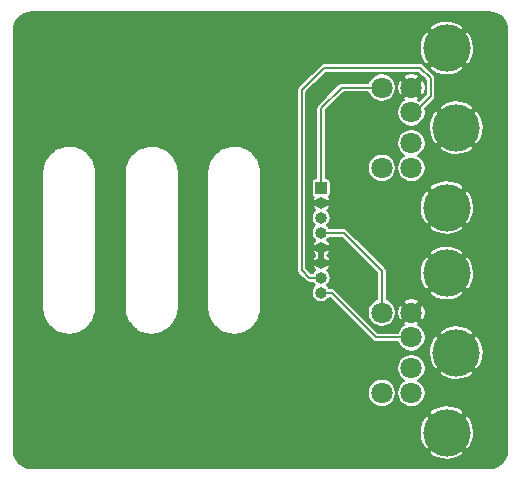
<source format=gtl>
G04 #@! TF.GenerationSoftware,KiCad,Pcbnew,(5.1.2-1)-1*
G04 #@! TF.CreationDate,2019-07-29T22:21:16-04:00*
G04 #@! TF.ProjectId,mouserial-keymouse,6d6f7573-6572-4696-916c-2d6b65796d6f,rev?*
G04 #@! TF.SameCoordinates,Original*
G04 #@! TF.FileFunction,Copper,L1,Top*
G04 #@! TF.FilePolarity,Positive*
%FSLAX46Y46*%
G04 Gerber Fmt 4.6, Leading zero omitted, Abs format (unit mm)*
G04 Created by KiCad (PCBNEW (5.1.2-1)-1) date 2019-07-29 22:21:16*
%MOMM*%
%LPD*%
G04 APERTURE LIST*
%ADD10C,4.000000*%
%ADD11C,1.800000*%
%ADD12R,1.000000X1.000000*%
%ADD13O,1.000000X1.000000*%
%ADD14C,2.000000*%
%ADD15C,0.800000*%
%ADD16C,0.200000*%
G04 APERTURE END LIST*
D10*
X174381000Y-74930000D03*
X173581000Y-68180000D03*
X173581000Y-81680000D03*
D11*
X170581000Y-71530000D03*
X170581000Y-78330000D03*
X168081000Y-78330000D03*
X168081000Y-71530000D03*
X170581000Y-73630000D03*
X170581000Y-76230000D03*
X170581000Y-95280000D03*
X170581000Y-92680000D03*
X168081000Y-90580000D03*
X168081000Y-97380000D03*
X170581000Y-97380000D03*
X170581000Y-90580000D03*
D10*
X173581000Y-100730000D03*
X173581000Y-87230000D03*
X174381000Y-93980000D03*
D12*
X162941000Y-80010000D03*
D13*
X162941000Y-81280000D03*
X162941000Y-82550000D03*
X162941000Y-83820000D03*
X162941000Y-85090000D03*
X162941000Y-86360000D03*
X162941000Y-87630000D03*
X162941000Y-88900000D03*
D14*
X138430000Y-66675000D03*
X138430000Y-102235000D03*
X177165000Y-102235000D03*
X177165000Y-66675000D03*
D15*
X165100000Y-85471000D03*
X166497000Y-84201000D03*
D16*
X164690000Y-71530000D02*
X168081000Y-71530000D01*
X162941000Y-73279000D02*
X164690000Y-71530000D01*
X162941000Y-80010000D02*
X162941000Y-73279000D01*
X162941000Y-83820000D02*
X164846000Y-83820000D01*
X168081000Y-87055000D02*
X168081000Y-90580000D01*
X164846000Y-83820000D02*
X168081000Y-87055000D01*
X161925000Y-87630000D02*
X162941000Y-87630000D01*
X161290000Y-86995000D02*
X161925000Y-87630000D01*
X163195000Y-69850000D02*
X161290000Y-71755000D01*
X172212000Y-72263000D02*
X172212000Y-70739000D01*
X161290000Y-71755000D02*
X161290000Y-86995000D01*
X170845000Y-73630000D02*
X172212000Y-72263000D01*
X171323000Y-69850000D02*
X163195000Y-69850000D01*
X172212000Y-70739000D02*
X171323000Y-69850000D01*
X170581000Y-73630000D02*
X170845000Y-73630000D01*
X167610000Y-92680000D02*
X163830000Y-88900000D01*
X163830000Y-88900000D02*
X162941000Y-88900000D01*
X170581000Y-92680000D02*
X167610000Y-92680000D01*
G36*
X177461826Y-65175902D02*
G01*
X177747355Y-65262109D01*
X178010695Y-65402129D01*
X178241824Y-65590633D01*
X178431938Y-65820443D01*
X178573793Y-66082800D01*
X178661988Y-66367711D01*
X178695001Y-66681805D01*
X178695000Y-102216663D01*
X178664098Y-102531826D01*
X178577892Y-102817354D01*
X178437872Y-103080694D01*
X178249368Y-103311822D01*
X178019560Y-103501937D01*
X177757202Y-103643793D01*
X177472289Y-103731988D01*
X177158206Y-103765000D01*
X138448337Y-103765000D01*
X138133174Y-103734098D01*
X137847646Y-103647892D01*
X137584306Y-103507872D01*
X137353178Y-103319368D01*
X137163063Y-103089560D01*
X137021207Y-102827202D01*
X136933012Y-102542289D01*
X136919773Y-102416322D01*
X172112466Y-102416322D01*
X172350160Y-102686106D01*
X172755428Y-102888645D01*
X173192422Y-103008229D01*
X173644349Y-103040261D01*
X174093841Y-102983512D01*
X174523626Y-102840161D01*
X174811840Y-102686106D01*
X175049534Y-102416322D01*
X173581000Y-100947789D01*
X172112466Y-102416322D01*
X136919773Y-102416322D01*
X136900000Y-102228206D01*
X136900000Y-100793349D01*
X171270739Y-100793349D01*
X171327488Y-101242841D01*
X171470839Y-101672626D01*
X171624894Y-101960840D01*
X171894678Y-102198534D01*
X173363211Y-100730000D01*
X173798789Y-100730000D01*
X175267322Y-102198534D01*
X175537106Y-101960840D01*
X175739645Y-101555572D01*
X175859229Y-101118578D01*
X175891261Y-100666651D01*
X175834512Y-100217159D01*
X175691161Y-99787374D01*
X175537106Y-99499160D01*
X175267322Y-99261466D01*
X173798789Y-100730000D01*
X173363211Y-100730000D01*
X171894678Y-99261466D01*
X171624894Y-99499160D01*
X171422355Y-99904428D01*
X171302771Y-100341422D01*
X171270739Y-100793349D01*
X136900000Y-100793349D01*
X136900000Y-99043678D01*
X172112466Y-99043678D01*
X173581000Y-100512211D01*
X175049534Y-99043678D01*
X174811840Y-98773894D01*
X174406572Y-98571355D01*
X173969578Y-98451771D01*
X173517651Y-98419739D01*
X173068159Y-98476488D01*
X172638374Y-98619839D01*
X172350160Y-98773894D01*
X172112466Y-99043678D01*
X136900000Y-99043678D01*
X136900000Y-97261810D01*
X166881000Y-97261810D01*
X166881000Y-97498190D01*
X166927116Y-97730027D01*
X167017574Y-97948413D01*
X167148899Y-98144955D01*
X167316045Y-98312101D01*
X167512587Y-98443426D01*
X167730973Y-98533884D01*
X167962810Y-98580000D01*
X168199190Y-98580000D01*
X168431027Y-98533884D01*
X168649413Y-98443426D01*
X168845955Y-98312101D01*
X169013101Y-98144955D01*
X169144426Y-97948413D01*
X169234884Y-97730027D01*
X169281000Y-97498190D01*
X169281000Y-97261810D01*
X169234884Y-97029973D01*
X169144426Y-96811587D01*
X169013101Y-96615045D01*
X168845955Y-96447899D01*
X168649413Y-96316574D01*
X168431027Y-96226116D01*
X168199190Y-96180000D01*
X167962810Y-96180000D01*
X167730973Y-96226116D01*
X167512587Y-96316574D01*
X167316045Y-96447899D01*
X167148899Y-96615045D01*
X167017574Y-96811587D01*
X166927116Y-97029973D01*
X166881000Y-97261810D01*
X136900000Y-97261810D01*
X136900000Y-95161810D01*
X169381000Y-95161810D01*
X169381000Y-95398190D01*
X169427116Y-95630027D01*
X169517574Y-95848413D01*
X169648899Y-96044955D01*
X169816045Y-96212101D01*
X169992494Y-96330000D01*
X169816045Y-96447899D01*
X169648899Y-96615045D01*
X169517574Y-96811587D01*
X169427116Y-97029973D01*
X169381000Y-97261810D01*
X169381000Y-97498190D01*
X169427116Y-97730027D01*
X169517574Y-97948413D01*
X169648899Y-98144955D01*
X169816045Y-98312101D01*
X170012587Y-98443426D01*
X170230973Y-98533884D01*
X170462810Y-98580000D01*
X170699190Y-98580000D01*
X170931027Y-98533884D01*
X171149413Y-98443426D01*
X171345955Y-98312101D01*
X171513101Y-98144955D01*
X171644426Y-97948413D01*
X171734884Y-97730027D01*
X171781000Y-97498190D01*
X171781000Y-97261810D01*
X171734884Y-97029973D01*
X171644426Y-96811587D01*
X171513101Y-96615045D01*
X171345955Y-96447899D01*
X171169506Y-96330000D01*
X171345955Y-96212101D01*
X171513101Y-96044955D01*
X171644426Y-95848413D01*
X171719850Y-95666322D01*
X172912466Y-95666322D01*
X173150160Y-95936106D01*
X173555428Y-96138645D01*
X173992422Y-96258229D01*
X174444349Y-96290261D01*
X174893841Y-96233512D01*
X175323626Y-96090161D01*
X175611840Y-95936106D01*
X175849534Y-95666322D01*
X174381000Y-94197789D01*
X172912466Y-95666322D01*
X171719850Y-95666322D01*
X171734884Y-95630027D01*
X171781000Y-95398190D01*
X171781000Y-95161810D01*
X171734884Y-94929973D01*
X171644426Y-94711587D01*
X171513101Y-94515045D01*
X171345955Y-94347899D01*
X171149413Y-94216574D01*
X170931027Y-94126116D01*
X170699190Y-94080000D01*
X170462810Y-94080000D01*
X170230973Y-94126116D01*
X170012587Y-94216574D01*
X169816045Y-94347899D01*
X169648899Y-94515045D01*
X169517574Y-94711587D01*
X169427116Y-94929973D01*
X169381000Y-95161810D01*
X136900000Y-95161810D01*
X136900000Y-94043349D01*
X172070739Y-94043349D01*
X172127488Y-94492841D01*
X172270839Y-94922626D01*
X172424894Y-95210840D01*
X172694678Y-95448534D01*
X174163211Y-93980000D01*
X174598789Y-93980000D01*
X176067322Y-95448534D01*
X176337106Y-95210840D01*
X176539645Y-94805572D01*
X176659229Y-94368578D01*
X176691261Y-93916651D01*
X176634512Y-93467159D01*
X176491161Y-93037374D01*
X176337106Y-92749160D01*
X176067322Y-92511466D01*
X174598789Y-93980000D01*
X174163211Y-93980000D01*
X172694678Y-92511466D01*
X172424894Y-92749160D01*
X172222355Y-93154428D01*
X172102771Y-93591422D01*
X172070739Y-94043349D01*
X136900000Y-94043349D01*
X136900000Y-90188418D01*
X139325000Y-90188418D01*
X139325129Y-90189724D01*
X139325195Y-90199221D01*
X139326976Y-90216164D01*
X139326976Y-90233191D01*
X139327523Y-90238399D01*
X139368966Y-90607873D01*
X139376041Y-90641156D01*
X139382635Y-90674458D01*
X139384182Y-90679461D01*
X139496600Y-91033847D01*
X139510003Y-91065117D01*
X139522942Y-91096511D01*
X139525432Y-91101117D01*
X139704544Y-91426920D01*
X139723766Y-91454992D01*
X139742555Y-91483272D01*
X139745892Y-91487307D01*
X139984874Y-91772115D01*
X140009166Y-91795904D01*
X140033107Y-91820012D01*
X140037164Y-91823322D01*
X140326915Y-92056287D01*
X140355356Y-92074898D01*
X140383533Y-92093904D01*
X140388156Y-92096362D01*
X140717638Y-92268611D01*
X140749145Y-92281340D01*
X140780484Y-92294514D01*
X140785496Y-92296028D01*
X141142161Y-92401000D01*
X141175595Y-92407378D01*
X141208840Y-92414202D01*
X141214051Y-92414714D01*
X141584311Y-92448411D01*
X141618370Y-92448173D01*
X141652286Y-92448410D01*
X141657497Y-92447900D01*
X142027252Y-92409037D01*
X142060603Y-92402191D01*
X142093931Y-92395833D01*
X142098944Y-92394320D01*
X142454108Y-92284378D01*
X142485456Y-92271200D01*
X142516952Y-92258475D01*
X142521576Y-92256017D01*
X142848620Y-92079186D01*
X142876832Y-92060157D01*
X142905238Y-92041568D01*
X142909296Y-92038259D01*
X143195766Y-91801271D01*
X143219725Y-91777143D01*
X143243998Y-91753374D01*
X143247336Y-91749339D01*
X143482319Y-91461222D01*
X143501142Y-91432890D01*
X143520330Y-91404868D01*
X143522820Y-91400263D01*
X143697366Y-91071990D01*
X143710334Y-91040527D01*
X143723706Y-91009328D01*
X143725255Y-91004326D01*
X143832715Y-90648404D01*
X143839322Y-90615035D01*
X143846383Y-90581817D01*
X143846930Y-90576609D01*
X143883210Y-90206594D01*
X143885000Y-90188419D01*
X143885000Y-90188418D01*
X146310000Y-90188418D01*
X146310129Y-90189724D01*
X146310195Y-90199221D01*
X146311976Y-90216164D01*
X146311976Y-90233191D01*
X146312523Y-90238399D01*
X146353966Y-90607873D01*
X146361041Y-90641156D01*
X146367635Y-90674458D01*
X146369182Y-90679461D01*
X146481600Y-91033847D01*
X146495003Y-91065117D01*
X146507942Y-91096511D01*
X146510432Y-91101117D01*
X146689544Y-91426920D01*
X146708766Y-91454992D01*
X146727555Y-91483272D01*
X146730892Y-91487307D01*
X146969874Y-91772115D01*
X146994166Y-91795904D01*
X147018107Y-91820012D01*
X147022164Y-91823322D01*
X147311915Y-92056287D01*
X147340356Y-92074898D01*
X147368533Y-92093904D01*
X147373156Y-92096362D01*
X147702638Y-92268611D01*
X147734145Y-92281340D01*
X147765484Y-92294514D01*
X147770496Y-92296028D01*
X148127161Y-92401000D01*
X148160595Y-92407378D01*
X148193840Y-92414202D01*
X148199051Y-92414714D01*
X148569311Y-92448411D01*
X148603370Y-92448173D01*
X148637286Y-92448410D01*
X148642497Y-92447900D01*
X149012252Y-92409037D01*
X149045603Y-92402191D01*
X149078931Y-92395833D01*
X149083944Y-92394320D01*
X149439108Y-92284378D01*
X149470456Y-92271200D01*
X149501952Y-92258475D01*
X149506576Y-92256017D01*
X149833620Y-92079186D01*
X149861832Y-92060157D01*
X149890238Y-92041568D01*
X149894296Y-92038259D01*
X150180766Y-91801271D01*
X150204725Y-91777143D01*
X150228998Y-91753374D01*
X150232336Y-91749339D01*
X150467319Y-91461222D01*
X150486142Y-91432890D01*
X150505330Y-91404868D01*
X150507820Y-91400263D01*
X150682366Y-91071990D01*
X150695334Y-91040527D01*
X150708706Y-91009328D01*
X150710255Y-91004326D01*
X150817715Y-90648404D01*
X150824322Y-90615035D01*
X150831383Y-90581817D01*
X150831930Y-90576609D01*
X150868210Y-90206594D01*
X150870000Y-90188419D01*
X150870000Y-90188418D01*
X153295000Y-90188418D01*
X153295129Y-90189724D01*
X153295195Y-90199221D01*
X153296976Y-90216164D01*
X153296976Y-90233191D01*
X153297523Y-90238399D01*
X153338966Y-90607873D01*
X153346041Y-90641156D01*
X153352635Y-90674458D01*
X153354182Y-90679461D01*
X153466600Y-91033847D01*
X153480003Y-91065117D01*
X153492942Y-91096511D01*
X153495432Y-91101117D01*
X153674544Y-91426920D01*
X153693766Y-91454992D01*
X153712555Y-91483272D01*
X153715892Y-91487307D01*
X153954874Y-91772115D01*
X153979166Y-91795904D01*
X154003107Y-91820012D01*
X154007164Y-91823322D01*
X154296915Y-92056287D01*
X154325356Y-92074898D01*
X154353533Y-92093904D01*
X154358156Y-92096362D01*
X154687638Y-92268611D01*
X154719145Y-92281340D01*
X154750484Y-92294514D01*
X154755496Y-92296028D01*
X155112161Y-92401000D01*
X155145595Y-92407378D01*
X155178840Y-92414202D01*
X155184051Y-92414714D01*
X155554311Y-92448411D01*
X155588370Y-92448173D01*
X155622286Y-92448410D01*
X155627497Y-92447900D01*
X155997252Y-92409037D01*
X156030603Y-92402191D01*
X156063931Y-92395833D01*
X156068944Y-92394320D01*
X156424108Y-92284378D01*
X156455456Y-92271200D01*
X156486952Y-92258475D01*
X156491576Y-92256017D01*
X156818620Y-92079186D01*
X156846832Y-92060157D01*
X156875238Y-92041568D01*
X156879296Y-92038259D01*
X157165766Y-91801271D01*
X157189725Y-91777143D01*
X157213998Y-91753374D01*
X157217336Y-91749339D01*
X157452319Y-91461222D01*
X157471142Y-91432890D01*
X157490330Y-91404868D01*
X157492820Y-91400263D01*
X157667366Y-91071990D01*
X157680334Y-91040527D01*
X157693706Y-91009328D01*
X157695255Y-91004326D01*
X157802715Y-90648404D01*
X157809322Y-90615035D01*
X157816383Y-90581817D01*
X157816930Y-90576609D01*
X157853210Y-90206594D01*
X157855000Y-90188419D01*
X157855000Y-78721581D01*
X157854871Y-78720275D01*
X157854805Y-78710780D01*
X157853024Y-78693837D01*
X157853024Y-78676809D01*
X157852477Y-78671601D01*
X157811034Y-78302127D01*
X157803961Y-78268852D01*
X157797365Y-78235541D01*
X157795817Y-78230539D01*
X157683400Y-77876152D01*
X157669987Y-77844857D01*
X157657058Y-77813489D01*
X157654568Y-77808883D01*
X157475456Y-77483080D01*
X157456246Y-77455025D01*
X157437445Y-77426727D01*
X157434108Y-77422693D01*
X157195126Y-77137885D01*
X157170833Y-77114096D01*
X157146893Y-77089988D01*
X157142835Y-77086678D01*
X156853085Y-76853712D01*
X156824618Y-76835084D01*
X156796467Y-76816096D01*
X156791844Y-76813637D01*
X156462362Y-76641389D01*
X156430840Y-76628653D01*
X156399517Y-76615486D01*
X156394504Y-76613972D01*
X156037839Y-76509000D01*
X156004405Y-76502622D01*
X155971160Y-76495798D01*
X155965949Y-76495286D01*
X155595689Y-76461589D01*
X155561630Y-76461827D01*
X155527714Y-76461590D01*
X155522503Y-76462100D01*
X155152749Y-76500963D01*
X155119411Y-76507807D01*
X155086069Y-76514167D01*
X155081056Y-76515680D01*
X154725892Y-76625622D01*
X154694555Y-76638795D01*
X154663048Y-76651525D01*
X154658424Y-76653983D01*
X154331379Y-76830815D01*
X154303179Y-76849836D01*
X154274761Y-76868432D01*
X154270703Y-76871741D01*
X153984234Y-77108730D01*
X153960294Y-77132838D01*
X153936002Y-77156626D01*
X153932664Y-77160661D01*
X153697681Y-77448778D01*
X153678858Y-77477110D01*
X153659670Y-77505132D01*
X153657180Y-77509737D01*
X153482635Y-77838009D01*
X153469686Y-77869426D01*
X153456294Y-77900672D01*
X153454745Y-77905674D01*
X153347285Y-78261597D01*
X153340678Y-78294965D01*
X153333617Y-78328184D01*
X153333070Y-78333391D01*
X153296790Y-78703407D01*
X153296790Y-78703416D01*
X153295001Y-78721581D01*
X153295000Y-90188418D01*
X150870000Y-90188418D01*
X150870000Y-78721581D01*
X150869871Y-78720275D01*
X150869805Y-78710780D01*
X150868024Y-78693837D01*
X150868024Y-78676809D01*
X150867477Y-78671601D01*
X150826034Y-78302127D01*
X150818961Y-78268852D01*
X150812365Y-78235541D01*
X150810817Y-78230539D01*
X150698400Y-77876152D01*
X150684987Y-77844857D01*
X150672058Y-77813489D01*
X150669568Y-77808883D01*
X150490456Y-77483080D01*
X150471246Y-77455025D01*
X150452445Y-77426727D01*
X150449108Y-77422693D01*
X150210126Y-77137885D01*
X150185833Y-77114096D01*
X150161893Y-77089988D01*
X150157835Y-77086678D01*
X149868085Y-76853712D01*
X149839618Y-76835084D01*
X149811467Y-76816096D01*
X149806844Y-76813637D01*
X149477362Y-76641389D01*
X149445840Y-76628653D01*
X149414517Y-76615486D01*
X149409504Y-76613972D01*
X149052839Y-76509000D01*
X149019405Y-76502622D01*
X148986160Y-76495798D01*
X148980949Y-76495286D01*
X148610689Y-76461589D01*
X148576630Y-76461827D01*
X148542714Y-76461590D01*
X148537503Y-76462100D01*
X148167749Y-76500963D01*
X148134411Y-76507807D01*
X148101069Y-76514167D01*
X148096056Y-76515680D01*
X147740892Y-76625622D01*
X147709555Y-76638795D01*
X147678048Y-76651525D01*
X147673424Y-76653983D01*
X147346379Y-76830815D01*
X147318179Y-76849836D01*
X147289761Y-76868432D01*
X147285703Y-76871741D01*
X146999234Y-77108730D01*
X146975294Y-77132838D01*
X146951002Y-77156626D01*
X146947664Y-77160661D01*
X146712681Y-77448778D01*
X146693858Y-77477110D01*
X146674670Y-77505132D01*
X146672180Y-77509737D01*
X146497635Y-77838009D01*
X146484686Y-77869426D01*
X146471294Y-77900672D01*
X146469745Y-77905674D01*
X146362285Y-78261597D01*
X146355678Y-78294965D01*
X146348617Y-78328184D01*
X146348070Y-78333391D01*
X146311790Y-78703407D01*
X146311790Y-78703416D01*
X146310001Y-78721581D01*
X146310000Y-90188418D01*
X143885000Y-90188418D01*
X143885000Y-78721581D01*
X143884871Y-78720275D01*
X143884805Y-78710780D01*
X143883024Y-78693837D01*
X143883024Y-78676809D01*
X143882477Y-78671601D01*
X143841034Y-78302127D01*
X143833961Y-78268852D01*
X143827365Y-78235541D01*
X143825817Y-78230539D01*
X143713400Y-77876152D01*
X143699987Y-77844857D01*
X143687058Y-77813489D01*
X143684568Y-77808883D01*
X143505456Y-77483080D01*
X143486246Y-77455025D01*
X143467445Y-77426727D01*
X143464108Y-77422693D01*
X143225126Y-77137885D01*
X143200833Y-77114096D01*
X143176893Y-77089988D01*
X143172835Y-77086678D01*
X142883085Y-76853712D01*
X142854618Y-76835084D01*
X142826467Y-76816096D01*
X142821844Y-76813637D01*
X142492362Y-76641389D01*
X142460840Y-76628653D01*
X142429517Y-76615486D01*
X142424504Y-76613972D01*
X142067839Y-76509000D01*
X142034405Y-76502622D01*
X142001160Y-76495798D01*
X141995949Y-76495286D01*
X141625689Y-76461589D01*
X141591630Y-76461827D01*
X141557714Y-76461590D01*
X141552503Y-76462100D01*
X141182749Y-76500963D01*
X141149411Y-76507807D01*
X141116069Y-76514167D01*
X141111056Y-76515680D01*
X140755892Y-76625622D01*
X140724555Y-76638795D01*
X140693048Y-76651525D01*
X140688424Y-76653983D01*
X140361379Y-76830815D01*
X140333179Y-76849836D01*
X140304761Y-76868432D01*
X140300703Y-76871741D01*
X140014234Y-77108730D01*
X139990294Y-77132838D01*
X139966002Y-77156626D01*
X139962664Y-77160661D01*
X139727681Y-77448778D01*
X139708858Y-77477110D01*
X139689670Y-77505132D01*
X139687180Y-77509737D01*
X139512635Y-77838009D01*
X139499686Y-77869426D01*
X139486294Y-77900672D01*
X139484745Y-77905674D01*
X139377285Y-78261597D01*
X139370678Y-78294965D01*
X139363617Y-78328184D01*
X139363070Y-78333391D01*
X139326790Y-78703407D01*
X139326790Y-78703416D01*
X139325001Y-78721581D01*
X139325000Y-90188418D01*
X136900000Y-90188418D01*
X136900000Y-71755000D01*
X160888065Y-71755000D01*
X160890000Y-71774646D01*
X160890001Y-86975343D01*
X160888065Y-86995000D01*
X160895788Y-87073413D01*
X160918661Y-87148814D01*
X160955803Y-87218302D01*
X160993265Y-87263950D01*
X160993268Y-87263953D01*
X161005790Y-87279211D01*
X161021048Y-87291733D01*
X161628263Y-87898948D01*
X161640789Y-87914211D01*
X161656050Y-87926735D01*
X161701697Y-87964197D01*
X161771186Y-88001340D01*
X161846586Y-88024212D01*
X161925000Y-88031935D01*
X161944647Y-88030000D01*
X162247695Y-88030000D01*
X162272607Y-88076606D01*
X162372578Y-88198422D01*
X162453704Y-88265000D01*
X162372578Y-88331578D01*
X162272607Y-88453394D01*
X162198321Y-88592372D01*
X162152576Y-88743173D01*
X162137130Y-88900000D01*
X162152576Y-89056827D01*
X162198321Y-89207628D01*
X162272607Y-89346606D01*
X162372578Y-89468422D01*
X162494394Y-89568393D01*
X162633372Y-89642679D01*
X162784173Y-89688424D01*
X162901707Y-89700000D01*
X162980293Y-89700000D01*
X163097827Y-89688424D01*
X163248628Y-89642679D01*
X163387606Y-89568393D01*
X163509422Y-89468422D01*
X163609393Y-89346606D01*
X163634305Y-89300000D01*
X163664315Y-89300000D01*
X167313267Y-92948953D01*
X167325789Y-92964211D01*
X167341047Y-92976733D01*
X167341049Y-92976735D01*
X167372982Y-93002941D01*
X167386697Y-93014197D01*
X167456186Y-93051340D01*
X167531586Y-93074212D01*
X167590353Y-93080000D01*
X167590363Y-93080000D01*
X167609999Y-93081934D01*
X167629635Y-93080000D01*
X169447815Y-93080000D01*
X169517574Y-93248413D01*
X169648899Y-93444955D01*
X169816045Y-93612101D01*
X170012587Y-93743426D01*
X170230973Y-93833884D01*
X170462810Y-93880000D01*
X170699190Y-93880000D01*
X170931027Y-93833884D01*
X171149413Y-93743426D01*
X171345955Y-93612101D01*
X171513101Y-93444955D01*
X171644426Y-93248413D01*
X171734884Y-93030027D01*
X171781000Y-92798190D01*
X171781000Y-92561810D01*
X171734884Y-92329973D01*
X171719851Y-92293678D01*
X172912466Y-92293678D01*
X174381000Y-93762211D01*
X175849534Y-92293678D01*
X175611840Y-92023894D01*
X175206572Y-91821355D01*
X174769578Y-91701771D01*
X174317651Y-91669739D01*
X173868159Y-91726488D01*
X173438374Y-91869839D01*
X173150160Y-92023894D01*
X172912466Y-92293678D01*
X171719851Y-92293678D01*
X171644426Y-92111587D01*
X171513101Y-91915045D01*
X171345955Y-91747899D01*
X171166210Y-91627797D01*
X171264257Y-91481046D01*
X170581000Y-90797789D01*
X169897743Y-91481046D01*
X169995790Y-91627797D01*
X169816045Y-91747899D01*
X169648899Y-91915045D01*
X169517574Y-92111587D01*
X169447815Y-92280000D01*
X167775686Y-92280000D01*
X164126737Y-88631052D01*
X164114211Y-88615789D01*
X164053303Y-88565803D01*
X163983814Y-88528660D01*
X163908414Y-88505788D01*
X163849647Y-88500000D01*
X163849646Y-88500000D01*
X163830000Y-88498065D01*
X163810354Y-88500000D01*
X163634305Y-88500000D01*
X163609393Y-88453394D01*
X163509422Y-88331578D01*
X163428296Y-88265000D01*
X163509422Y-88198422D01*
X163609393Y-88076606D01*
X163683679Y-87937628D01*
X163729424Y-87786827D01*
X163744870Y-87630000D01*
X163729424Y-87473173D01*
X163683679Y-87322372D01*
X163609393Y-87183394D01*
X163509422Y-87061578D01*
X163424928Y-86992236D01*
X163482494Y-86948899D01*
X163586978Y-86831943D01*
X163666637Y-86696851D01*
X163692282Y-86634911D01*
X163649455Y-86514000D01*
X163095000Y-86514000D01*
X163095000Y-86534000D01*
X162787000Y-86534000D01*
X162787000Y-86514000D01*
X162232545Y-86514000D01*
X162189718Y-86634911D01*
X162215363Y-86696851D01*
X162295022Y-86831943D01*
X162399506Y-86948899D01*
X162457072Y-86992236D01*
X162372578Y-87061578D01*
X162272607Y-87183394D01*
X162247695Y-87230000D01*
X162090685Y-87230000D01*
X161690000Y-86829315D01*
X161690000Y-85364911D01*
X162189718Y-85364911D01*
X162215363Y-85426851D01*
X162295022Y-85561943D01*
X162399506Y-85678899D01*
X162460742Y-85725000D01*
X162399506Y-85771101D01*
X162295022Y-85888057D01*
X162215363Y-86023149D01*
X162189718Y-86085089D01*
X162232545Y-86206000D01*
X162787000Y-86206000D01*
X162787000Y-85244000D01*
X163095000Y-85244000D01*
X163095000Y-86206000D01*
X163649455Y-86206000D01*
X163692282Y-86085089D01*
X163666637Y-86023149D01*
X163586978Y-85888057D01*
X163482494Y-85771101D01*
X163421258Y-85725000D01*
X163482494Y-85678899D01*
X163586978Y-85561943D01*
X163666637Y-85426851D01*
X163692282Y-85364911D01*
X163649455Y-85244000D01*
X163095000Y-85244000D01*
X162787000Y-85244000D01*
X162232545Y-85244000D01*
X162189718Y-85364911D01*
X161690000Y-85364911D01*
X161690000Y-82550000D01*
X162137130Y-82550000D01*
X162152576Y-82706827D01*
X162198321Y-82857628D01*
X162272607Y-82996606D01*
X162372578Y-83118422D01*
X162453704Y-83185000D01*
X162372578Y-83251578D01*
X162272607Y-83373394D01*
X162198321Y-83512372D01*
X162152576Y-83663173D01*
X162137130Y-83820000D01*
X162152576Y-83976827D01*
X162198321Y-84127628D01*
X162272607Y-84266606D01*
X162372578Y-84388422D01*
X162457072Y-84457764D01*
X162399506Y-84501101D01*
X162295022Y-84618057D01*
X162215363Y-84753149D01*
X162189718Y-84815089D01*
X162232545Y-84936000D01*
X162787000Y-84936000D01*
X162787000Y-84916000D01*
X163095000Y-84916000D01*
X163095000Y-84936000D01*
X163649455Y-84936000D01*
X163692282Y-84815089D01*
X163666637Y-84753149D01*
X163586978Y-84618057D01*
X163482494Y-84501101D01*
X163424928Y-84457764D01*
X163509422Y-84388422D01*
X163609393Y-84266606D01*
X163634305Y-84220000D01*
X164680315Y-84220000D01*
X167681000Y-87220686D01*
X167681001Y-89446815D01*
X167512587Y-89516574D01*
X167316045Y-89647899D01*
X167148899Y-89815045D01*
X167017574Y-90011587D01*
X166927116Y-90229973D01*
X166881000Y-90461810D01*
X166881000Y-90698190D01*
X166927116Y-90930027D01*
X167017574Y-91148413D01*
X167148899Y-91344955D01*
X167316045Y-91512101D01*
X167512587Y-91643426D01*
X167730973Y-91733884D01*
X167962810Y-91780000D01*
X168199190Y-91780000D01*
X168431027Y-91733884D01*
X168649413Y-91643426D01*
X168845955Y-91512101D01*
X169013101Y-91344955D01*
X169144426Y-91148413D01*
X169234884Y-90930027D01*
X169281000Y-90698190D01*
X169281000Y-90686929D01*
X169379944Y-90686929D01*
X169423883Y-90919189D01*
X169512289Y-91138414D01*
X169522953Y-91158362D01*
X169679954Y-91263257D01*
X170363211Y-90580000D01*
X170798789Y-90580000D01*
X171482046Y-91263257D01*
X171639047Y-91158362D01*
X171731550Y-90940834D01*
X171779838Y-90709439D01*
X171782056Y-90473071D01*
X171738117Y-90240811D01*
X171649711Y-90021586D01*
X171639047Y-90001638D01*
X171482046Y-89896743D01*
X170798789Y-90580000D01*
X170363211Y-90580000D01*
X169679954Y-89896743D01*
X169522953Y-90001638D01*
X169430450Y-90219166D01*
X169382162Y-90450561D01*
X169379944Y-90686929D01*
X169281000Y-90686929D01*
X169281000Y-90461810D01*
X169234884Y-90229973D01*
X169144426Y-90011587D01*
X169013101Y-89815045D01*
X168877010Y-89678954D01*
X169897743Y-89678954D01*
X170581000Y-90362211D01*
X171264257Y-89678954D01*
X171159362Y-89521953D01*
X170941834Y-89429450D01*
X170710439Y-89381162D01*
X170474071Y-89378944D01*
X170241811Y-89422883D01*
X170022586Y-89511289D01*
X170002638Y-89521953D01*
X169897743Y-89678954D01*
X168877010Y-89678954D01*
X168845955Y-89647899D01*
X168649413Y-89516574D01*
X168481000Y-89446815D01*
X168481000Y-88916322D01*
X172112466Y-88916322D01*
X172350160Y-89186106D01*
X172755428Y-89388645D01*
X173192422Y-89508229D01*
X173644349Y-89540261D01*
X174093841Y-89483512D01*
X174523626Y-89340161D01*
X174811840Y-89186106D01*
X175049534Y-88916322D01*
X173581000Y-87447789D01*
X172112466Y-88916322D01*
X168481000Y-88916322D01*
X168481000Y-87293349D01*
X171270739Y-87293349D01*
X171327488Y-87742841D01*
X171470839Y-88172626D01*
X171624894Y-88460840D01*
X171894678Y-88698534D01*
X173363211Y-87230000D01*
X173798789Y-87230000D01*
X175267322Y-88698534D01*
X175537106Y-88460840D01*
X175739645Y-88055572D01*
X175859229Y-87618578D01*
X175891261Y-87166651D01*
X175834512Y-86717159D01*
X175691161Y-86287374D01*
X175537106Y-85999160D01*
X175267322Y-85761466D01*
X173798789Y-87230000D01*
X173363211Y-87230000D01*
X171894678Y-85761466D01*
X171624894Y-85999160D01*
X171422355Y-86404428D01*
X171302771Y-86841422D01*
X171270739Y-87293349D01*
X168481000Y-87293349D01*
X168481000Y-87074646D01*
X168482935Y-87055000D01*
X168475212Y-86976586D01*
X168452340Y-86901185D01*
X168415197Y-86831697D01*
X168377735Y-86786049D01*
X168377733Y-86786047D01*
X168365211Y-86770789D01*
X168349954Y-86758268D01*
X167135364Y-85543678D01*
X172112466Y-85543678D01*
X173581000Y-87012211D01*
X175049534Y-85543678D01*
X174811840Y-85273894D01*
X174406572Y-85071355D01*
X173969578Y-84951771D01*
X173517651Y-84919739D01*
X173068159Y-84976488D01*
X172638374Y-85119839D01*
X172350160Y-85273894D01*
X172112466Y-85543678D01*
X167135364Y-85543678D01*
X165142737Y-83551052D01*
X165130211Y-83535789D01*
X165069303Y-83485803D01*
X164999814Y-83448660D01*
X164924414Y-83425788D01*
X164865647Y-83420000D01*
X164865646Y-83420000D01*
X164846000Y-83418065D01*
X164826354Y-83420000D01*
X163634305Y-83420000D01*
X163609393Y-83373394D01*
X163603590Y-83366322D01*
X172112466Y-83366322D01*
X172350160Y-83636106D01*
X172755428Y-83838645D01*
X173192422Y-83958229D01*
X173644349Y-83990261D01*
X174093841Y-83933512D01*
X174523626Y-83790161D01*
X174811840Y-83636106D01*
X175049534Y-83366322D01*
X173581000Y-81897789D01*
X172112466Y-83366322D01*
X163603590Y-83366322D01*
X163509422Y-83251578D01*
X163428296Y-83185000D01*
X163509422Y-83118422D01*
X163609393Y-82996606D01*
X163683679Y-82857628D01*
X163729424Y-82706827D01*
X163744870Y-82550000D01*
X163729424Y-82393173D01*
X163683679Y-82242372D01*
X163609393Y-82103394D01*
X163509422Y-81981578D01*
X163424928Y-81912236D01*
X163482494Y-81868899D01*
X163586978Y-81751943D01*
X163592045Y-81743349D01*
X171270739Y-81743349D01*
X171327488Y-82192841D01*
X171470839Y-82622626D01*
X171624894Y-82910840D01*
X171894678Y-83148534D01*
X173363211Y-81680000D01*
X173798789Y-81680000D01*
X175267322Y-83148534D01*
X175537106Y-82910840D01*
X175739645Y-82505572D01*
X175859229Y-82068578D01*
X175891261Y-81616651D01*
X175834512Y-81167159D01*
X175691161Y-80737374D01*
X175537106Y-80449160D01*
X175267322Y-80211466D01*
X173798789Y-81680000D01*
X173363211Y-81680000D01*
X171894678Y-80211466D01*
X171624894Y-80449160D01*
X171422355Y-80854428D01*
X171302771Y-81291422D01*
X171270739Y-81743349D01*
X163592045Y-81743349D01*
X163666637Y-81616851D01*
X163692282Y-81554911D01*
X163649455Y-81434000D01*
X163095000Y-81434000D01*
X163095000Y-81454000D01*
X162787000Y-81454000D01*
X162787000Y-81434000D01*
X162232545Y-81434000D01*
X162189718Y-81554911D01*
X162215363Y-81616851D01*
X162295022Y-81751943D01*
X162399506Y-81868899D01*
X162457072Y-81912236D01*
X162372578Y-81981578D01*
X162272607Y-82103394D01*
X162198321Y-82242372D01*
X162152576Y-82393173D01*
X162137130Y-82550000D01*
X161690000Y-82550000D01*
X161690000Y-79510000D01*
X162139549Y-79510000D01*
X162139549Y-80510000D01*
X162145341Y-80568810D01*
X162162496Y-80625360D01*
X162190353Y-80677477D01*
X162227842Y-80723158D01*
X162273523Y-80760647D01*
X162316740Y-80783747D01*
X162295022Y-80808057D01*
X162215363Y-80943149D01*
X162189718Y-81005089D01*
X162232545Y-81126000D01*
X162787000Y-81126000D01*
X162787000Y-81106000D01*
X163095000Y-81106000D01*
X163095000Y-81126000D01*
X163649455Y-81126000D01*
X163692282Y-81005089D01*
X163666637Y-80943149D01*
X163586978Y-80808057D01*
X163565260Y-80783747D01*
X163608477Y-80760647D01*
X163654158Y-80723158D01*
X163691647Y-80677477D01*
X163719504Y-80625360D01*
X163736659Y-80568810D01*
X163742451Y-80510000D01*
X163742451Y-79993678D01*
X172112466Y-79993678D01*
X173581000Y-81462211D01*
X175049534Y-79993678D01*
X174811840Y-79723894D01*
X174406572Y-79521355D01*
X173969578Y-79401771D01*
X173517651Y-79369739D01*
X173068159Y-79426488D01*
X172638374Y-79569839D01*
X172350160Y-79723894D01*
X172112466Y-79993678D01*
X163742451Y-79993678D01*
X163742451Y-79510000D01*
X163736659Y-79451190D01*
X163719504Y-79394640D01*
X163691647Y-79342523D01*
X163654158Y-79296842D01*
X163608477Y-79259353D01*
X163556360Y-79231496D01*
X163499810Y-79214341D01*
X163441000Y-79208549D01*
X163341000Y-79208549D01*
X163341000Y-78211810D01*
X166881000Y-78211810D01*
X166881000Y-78448190D01*
X166927116Y-78680027D01*
X167017574Y-78898413D01*
X167148899Y-79094955D01*
X167316045Y-79262101D01*
X167512587Y-79393426D01*
X167730973Y-79483884D01*
X167962810Y-79530000D01*
X168199190Y-79530000D01*
X168431027Y-79483884D01*
X168649413Y-79393426D01*
X168845955Y-79262101D01*
X169013101Y-79094955D01*
X169144426Y-78898413D01*
X169234884Y-78680027D01*
X169281000Y-78448190D01*
X169281000Y-78211810D01*
X169234884Y-77979973D01*
X169144426Y-77761587D01*
X169013101Y-77565045D01*
X168845955Y-77397899D01*
X168649413Y-77266574D01*
X168431027Y-77176116D01*
X168199190Y-77130000D01*
X167962810Y-77130000D01*
X167730973Y-77176116D01*
X167512587Y-77266574D01*
X167316045Y-77397899D01*
X167148899Y-77565045D01*
X167017574Y-77761587D01*
X166927116Y-77979973D01*
X166881000Y-78211810D01*
X163341000Y-78211810D01*
X163341000Y-76111810D01*
X169381000Y-76111810D01*
X169381000Y-76348190D01*
X169427116Y-76580027D01*
X169517574Y-76798413D01*
X169648899Y-76994955D01*
X169816045Y-77162101D01*
X169992494Y-77280000D01*
X169816045Y-77397899D01*
X169648899Y-77565045D01*
X169517574Y-77761587D01*
X169427116Y-77979973D01*
X169381000Y-78211810D01*
X169381000Y-78448190D01*
X169427116Y-78680027D01*
X169517574Y-78898413D01*
X169648899Y-79094955D01*
X169816045Y-79262101D01*
X170012587Y-79393426D01*
X170230973Y-79483884D01*
X170462810Y-79530000D01*
X170699190Y-79530000D01*
X170931027Y-79483884D01*
X171149413Y-79393426D01*
X171345955Y-79262101D01*
X171513101Y-79094955D01*
X171644426Y-78898413D01*
X171734884Y-78680027D01*
X171781000Y-78448190D01*
X171781000Y-78211810D01*
X171734884Y-77979973D01*
X171644426Y-77761587D01*
X171513101Y-77565045D01*
X171345955Y-77397899D01*
X171169506Y-77280000D01*
X171345955Y-77162101D01*
X171513101Y-76994955D01*
X171644426Y-76798413D01*
X171719850Y-76616322D01*
X172912466Y-76616322D01*
X173150160Y-76886106D01*
X173555428Y-77088645D01*
X173992422Y-77208229D01*
X174444349Y-77240261D01*
X174893841Y-77183512D01*
X175323626Y-77040161D01*
X175611840Y-76886106D01*
X175849534Y-76616322D01*
X174381000Y-75147789D01*
X172912466Y-76616322D01*
X171719850Y-76616322D01*
X171734884Y-76580027D01*
X171781000Y-76348190D01*
X171781000Y-76111810D01*
X171734884Y-75879973D01*
X171644426Y-75661587D01*
X171513101Y-75465045D01*
X171345955Y-75297899D01*
X171149413Y-75166574D01*
X170931027Y-75076116D01*
X170699190Y-75030000D01*
X170462810Y-75030000D01*
X170230973Y-75076116D01*
X170012587Y-75166574D01*
X169816045Y-75297899D01*
X169648899Y-75465045D01*
X169517574Y-75661587D01*
X169427116Y-75879973D01*
X169381000Y-76111810D01*
X163341000Y-76111810D01*
X163341000Y-74993349D01*
X172070739Y-74993349D01*
X172127488Y-75442841D01*
X172270839Y-75872626D01*
X172424894Y-76160840D01*
X172694678Y-76398534D01*
X174163211Y-74930000D01*
X174598789Y-74930000D01*
X176067322Y-76398534D01*
X176337106Y-76160840D01*
X176539645Y-75755572D01*
X176659229Y-75318578D01*
X176691261Y-74866651D01*
X176634512Y-74417159D01*
X176491161Y-73987374D01*
X176337106Y-73699160D01*
X176067322Y-73461466D01*
X174598789Y-74930000D01*
X174163211Y-74930000D01*
X172694678Y-73461466D01*
X172424894Y-73699160D01*
X172222355Y-74104428D01*
X172102771Y-74541422D01*
X172070739Y-74993349D01*
X163341000Y-74993349D01*
X163341000Y-73444685D01*
X164855685Y-71930000D01*
X166947815Y-71930000D01*
X167017574Y-72098413D01*
X167148899Y-72294955D01*
X167316045Y-72462101D01*
X167512587Y-72593426D01*
X167730973Y-72683884D01*
X167962810Y-72730000D01*
X168199190Y-72730000D01*
X168431027Y-72683884D01*
X168649413Y-72593426D01*
X168845955Y-72462101D01*
X169013101Y-72294955D01*
X169144426Y-72098413D01*
X169234884Y-71880027D01*
X169281000Y-71648190D01*
X169281000Y-71636929D01*
X169379944Y-71636929D01*
X169423883Y-71869189D01*
X169512289Y-72088414D01*
X169522953Y-72108362D01*
X169679954Y-72213257D01*
X170363211Y-71530000D01*
X170798789Y-71530000D01*
X171482046Y-72213257D01*
X171639047Y-72108362D01*
X171731550Y-71890834D01*
X171779838Y-71659439D01*
X171782056Y-71423071D01*
X171738117Y-71190811D01*
X171649711Y-70971586D01*
X171639047Y-70951638D01*
X171482046Y-70846743D01*
X170798789Y-71530000D01*
X170363211Y-71530000D01*
X169679954Y-70846743D01*
X169522953Y-70951638D01*
X169430450Y-71169166D01*
X169382162Y-71400561D01*
X169379944Y-71636929D01*
X169281000Y-71636929D01*
X169281000Y-71411810D01*
X169234884Y-71179973D01*
X169144426Y-70961587D01*
X169013101Y-70765045D01*
X168877010Y-70628954D01*
X169897743Y-70628954D01*
X170581000Y-71312211D01*
X171264257Y-70628954D01*
X171159362Y-70471953D01*
X170941834Y-70379450D01*
X170710439Y-70331162D01*
X170474071Y-70328944D01*
X170241811Y-70372883D01*
X170022586Y-70461289D01*
X170002638Y-70471953D01*
X169897743Y-70628954D01*
X168877010Y-70628954D01*
X168845955Y-70597899D01*
X168649413Y-70466574D01*
X168431027Y-70376116D01*
X168199190Y-70330000D01*
X167962810Y-70330000D01*
X167730973Y-70376116D01*
X167512587Y-70466574D01*
X167316045Y-70597899D01*
X167148899Y-70765045D01*
X167017574Y-70961587D01*
X166947815Y-71130000D01*
X164709647Y-71130000D01*
X164690000Y-71128065D01*
X164670353Y-71130000D01*
X164611586Y-71135788D01*
X164536186Y-71158660D01*
X164466697Y-71195803D01*
X164405789Y-71245789D01*
X164393263Y-71261052D01*
X162672048Y-72982267D01*
X162656790Y-72994789D01*
X162644268Y-73010047D01*
X162644265Y-73010050D01*
X162606803Y-73055698D01*
X162569661Y-73125186D01*
X162546788Y-73200587D01*
X162539065Y-73279000D01*
X162541001Y-73298656D01*
X162541000Y-79208549D01*
X162441000Y-79208549D01*
X162382190Y-79214341D01*
X162325640Y-79231496D01*
X162273523Y-79259353D01*
X162227842Y-79296842D01*
X162190353Y-79342523D01*
X162162496Y-79394640D01*
X162145341Y-79451190D01*
X162139549Y-79510000D01*
X161690000Y-79510000D01*
X161690000Y-71920685D01*
X163360686Y-70250000D01*
X171157315Y-70250000D01*
X171812001Y-70904687D01*
X171812000Y-72097314D01*
X171265304Y-72644010D01*
X171166210Y-72577797D01*
X171264257Y-72431046D01*
X170581000Y-71747789D01*
X169897743Y-72431046D01*
X169995790Y-72577797D01*
X169816045Y-72697899D01*
X169648899Y-72865045D01*
X169517574Y-73061587D01*
X169427116Y-73279973D01*
X169381000Y-73511810D01*
X169381000Y-73748190D01*
X169427116Y-73980027D01*
X169517574Y-74198413D01*
X169648899Y-74394955D01*
X169816045Y-74562101D01*
X170012587Y-74693426D01*
X170230973Y-74783884D01*
X170462810Y-74830000D01*
X170699190Y-74830000D01*
X170931027Y-74783884D01*
X171149413Y-74693426D01*
X171345955Y-74562101D01*
X171513101Y-74394955D01*
X171644426Y-74198413D01*
X171734884Y-73980027D01*
X171781000Y-73748190D01*
X171781000Y-73511810D01*
X171739169Y-73301516D01*
X171797007Y-73243678D01*
X172912466Y-73243678D01*
X174381000Y-74712211D01*
X175849534Y-73243678D01*
X175611840Y-72973894D01*
X175206572Y-72771355D01*
X174769578Y-72651771D01*
X174317651Y-72619739D01*
X173868159Y-72676488D01*
X173438374Y-72819839D01*
X173150160Y-72973894D01*
X172912466Y-73243678D01*
X171797007Y-73243678D01*
X172480954Y-72559732D01*
X172496211Y-72547211D01*
X172546197Y-72486303D01*
X172583340Y-72416814D01*
X172606212Y-72341414D01*
X172612000Y-72282647D01*
X172612000Y-72282646D01*
X172613935Y-72263000D01*
X172612000Y-72243354D01*
X172612000Y-70758647D01*
X172613935Y-70739000D01*
X172606212Y-70660586D01*
X172583340Y-70585185D01*
X172546197Y-70515697D01*
X172508735Y-70470049D01*
X172508733Y-70470047D01*
X172496211Y-70454789D01*
X172480953Y-70442267D01*
X171905008Y-69866322D01*
X172112466Y-69866322D01*
X172350160Y-70136106D01*
X172755428Y-70338645D01*
X173192422Y-70458229D01*
X173644349Y-70490261D01*
X174093841Y-70433512D01*
X174523626Y-70290161D01*
X174811840Y-70136106D01*
X175049534Y-69866322D01*
X173581000Y-68397789D01*
X172112466Y-69866322D01*
X171905008Y-69866322D01*
X171619737Y-69581052D01*
X171607211Y-69565789D01*
X171546303Y-69515803D01*
X171476814Y-69478660D01*
X171401414Y-69455788D01*
X171342647Y-69450000D01*
X171342646Y-69450000D01*
X171323000Y-69448065D01*
X171303354Y-69450000D01*
X163214647Y-69450000D01*
X163195000Y-69448065D01*
X163116586Y-69455788D01*
X163041186Y-69478660D01*
X162971697Y-69515803D01*
X162926049Y-69553265D01*
X162926047Y-69553267D01*
X162910789Y-69565789D01*
X162898267Y-69581047D01*
X161021052Y-71458263D01*
X161005789Y-71470789D01*
X160955803Y-71531698D01*
X160918660Y-71601187D01*
X160916468Y-71608414D01*
X160895788Y-71676587D01*
X160888065Y-71755000D01*
X136900000Y-71755000D01*
X136900000Y-68243349D01*
X171270739Y-68243349D01*
X171327488Y-68692841D01*
X171470839Y-69122626D01*
X171624894Y-69410840D01*
X171894678Y-69648534D01*
X173363211Y-68180000D01*
X173798789Y-68180000D01*
X175267322Y-69648534D01*
X175537106Y-69410840D01*
X175739645Y-69005572D01*
X175859229Y-68568578D01*
X175891261Y-68116651D01*
X175834512Y-67667159D01*
X175691161Y-67237374D01*
X175537106Y-66949160D01*
X175267322Y-66711466D01*
X173798789Y-68180000D01*
X173363211Y-68180000D01*
X171894678Y-66711466D01*
X171624894Y-66949160D01*
X171422355Y-67354428D01*
X171302771Y-67791422D01*
X171270739Y-68243349D01*
X136900000Y-68243349D01*
X136900000Y-66693337D01*
X136919576Y-66493678D01*
X172112466Y-66493678D01*
X173581000Y-67962211D01*
X175049534Y-66493678D01*
X174811840Y-66223894D01*
X174406572Y-66021355D01*
X173969578Y-65901771D01*
X173517651Y-65869739D01*
X173068159Y-65926488D01*
X172638374Y-66069839D01*
X172350160Y-66223894D01*
X172112466Y-66493678D01*
X136919576Y-66493678D01*
X136930902Y-66378174D01*
X137017109Y-66092645D01*
X137157129Y-65829305D01*
X137345633Y-65598176D01*
X137575443Y-65408062D01*
X137837800Y-65266207D01*
X138122711Y-65178012D01*
X138436795Y-65145000D01*
X177146663Y-65145000D01*
X177461826Y-65175902D01*
X177461826Y-65175902D01*
G37*
X177461826Y-65175902D02*
X177747355Y-65262109D01*
X178010695Y-65402129D01*
X178241824Y-65590633D01*
X178431938Y-65820443D01*
X178573793Y-66082800D01*
X178661988Y-66367711D01*
X178695001Y-66681805D01*
X178695000Y-102216663D01*
X178664098Y-102531826D01*
X178577892Y-102817354D01*
X178437872Y-103080694D01*
X178249368Y-103311822D01*
X178019560Y-103501937D01*
X177757202Y-103643793D01*
X177472289Y-103731988D01*
X177158206Y-103765000D01*
X138448337Y-103765000D01*
X138133174Y-103734098D01*
X137847646Y-103647892D01*
X137584306Y-103507872D01*
X137353178Y-103319368D01*
X137163063Y-103089560D01*
X137021207Y-102827202D01*
X136933012Y-102542289D01*
X136919773Y-102416322D01*
X172112466Y-102416322D01*
X172350160Y-102686106D01*
X172755428Y-102888645D01*
X173192422Y-103008229D01*
X173644349Y-103040261D01*
X174093841Y-102983512D01*
X174523626Y-102840161D01*
X174811840Y-102686106D01*
X175049534Y-102416322D01*
X173581000Y-100947789D01*
X172112466Y-102416322D01*
X136919773Y-102416322D01*
X136900000Y-102228206D01*
X136900000Y-100793349D01*
X171270739Y-100793349D01*
X171327488Y-101242841D01*
X171470839Y-101672626D01*
X171624894Y-101960840D01*
X171894678Y-102198534D01*
X173363211Y-100730000D01*
X173798789Y-100730000D01*
X175267322Y-102198534D01*
X175537106Y-101960840D01*
X175739645Y-101555572D01*
X175859229Y-101118578D01*
X175891261Y-100666651D01*
X175834512Y-100217159D01*
X175691161Y-99787374D01*
X175537106Y-99499160D01*
X175267322Y-99261466D01*
X173798789Y-100730000D01*
X173363211Y-100730000D01*
X171894678Y-99261466D01*
X171624894Y-99499160D01*
X171422355Y-99904428D01*
X171302771Y-100341422D01*
X171270739Y-100793349D01*
X136900000Y-100793349D01*
X136900000Y-99043678D01*
X172112466Y-99043678D01*
X173581000Y-100512211D01*
X175049534Y-99043678D01*
X174811840Y-98773894D01*
X174406572Y-98571355D01*
X173969578Y-98451771D01*
X173517651Y-98419739D01*
X173068159Y-98476488D01*
X172638374Y-98619839D01*
X172350160Y-98773894D01*
X172112466Y-99043678D01*
X136900000Y-99043678D01*
X136900000Y-97261810D01*
X166881000Y-97261810D01*
X166881000Y-97498190D01*
X166927116Y-97730027D01*
X167017574Y-97948413D01*
X167148899Y-98144955D01*
X167316045Y-98312101D01*
X167512587Y-98443426D01*
X167730973Y-98533884D01*
X167962810Y-98580000D01*
X168199190Y-98580000D01*
X168431027Y-98533884D01*
X168649413Y-98443426D01*
X168845955Y-98312101D01*
X169013101Y-98144955D01*
X169144426Y-97948413D01*
X169234884Y-97730027D01*
X169281000Y-97498190D01*
X169281000Y-97261810D01*
X169234884Y-97029973D01*
X169144426Y-96811587D01*
X169013101Y-96615045D01*
X168845955Y-96447899D01*
X168649413Y-96316574D01*
X168431027Y-96226116D01*
X168199190Y-96180000D01*
X167962810Y-96180000D01*
X167730973Y-96226116D01*
X167512587Y-96316574D01*
X167316045Y-96447899D01*
X167148899Y-96615045D01*
X167017574Y-96811587D01*
X166927116Y-97029973D01*
X166881000Y-97261810D01*
X136900000Y-97261810D01*
X136900000Y-95161810D01*
X169381000Y-95161810D01*
X169381000Y-95398190D01*
X169427116Y-95630027D01*
X169517574Y-95848413D01*
X169648899Y-96044955D01*
X169816045Y-96212101D01*
X169992494Y-96330000D01*
X169816045Y-96447899D01*
X169648899Y-96615045D01*
X169517574Y-96811587D01*
X169427116Y-97029973D01*
X169381000Y-97261810D01*
X169381000Y-97498190D01*
X169427116Y-97730027D01*
X169517574Y-97948413D01*
X169648899Y-98144955D01*
X169816045Y-98312101D01*
X170012587Y-98443426D01*
X170230973Y-98533884D01*
X170462810Y-98580000D01*
X170699190Y-98580000D01*
X170931027Y-98533884D01*
X171149413Y-98443426D01*
X171345955Y-98312101D01*
X171513101Y-98144955D01*
X171644426Y-97948413D01*
X171734884Y-97730027D01*
X171781000Y-97498190D01*
X171781000Y-97261810D01*
X171734884Y-97029973D01*
X171644426Y-96811587D01*
X171513101Y-96615045D01*
X171345955Y-96447899D01*
X171169506Y-96330000D01*
X171345955Y-96212101D01*
X171513101Y-96044955D01*
X171644426Y-95848413D01*
X171719850Y-95666322D01*
X172912466Y-95666322D01*
X173150160Y-95936106D01*
X173555428Y-96138645D01*
X173992422Y-96258229D01*
X174444349Y-96290261D01*
X174893841Y-96233512D01*
X175323626Y-96090161D01*
X175611840Y-95936106D01*
X175849534Y-95666322D01*
X174381000Y-94197789D01*
X172912466Y-95666322D01*
X171719850Y-95666322D01*
X171734884Y-95630027D01*
X171781000Y-95398190D01*
X171781000Y-95161810D01*
X171734884Y-94929973D01*
X171644426Y-94711587D01*
X171513101Y-94515045D01*
X171345955Y-94347899D01*
X171149413Y-94216574D01*
X170931027Y-94126116D01*
X170699190Y-94080000D01*
X170462810Y-94080000D01*
X170230973Y-94126116D01*
X170012587Y-94216574D01*
X169816045Y-94347899D01*
X169648899Y-94515045D01*
X169517574Y-94711587D01*
X169427116Y-94929973D01*
X169381000Y-95161810D01*
X136900000Y-95161810D01*
X136900000Y-94043349D01*
X172070739Y-94043349D01*
X172127488Y-94492841D01*
X172270839Y-94922626D01*
X172424894Y-95210840D01*
X172694678Y-95448534D01*
X174163211Y-93980000D01*
X174598789Y-93980000D01*
X176067322Y-95448534D01*
X176337106Y-95210840D01*
X176539645Y-94805572D01*
X176659229Y-94368578D01*
X176691261Y-93916651D01*
X176634512Y-93467159D01*
X176491161Y-93037374D01*
X176337106Y-92749160D01*
X176067322Y-92511466D01*
X174598789Y-93980000D01*
X174163211Y-93980000D01*
X172694678Y-92511466D01*
X172424894Y-92749160D01*
X172222355Y-93154428D01*
X172102771Y-93591422D01*
X172070739Y-94043349D01*
X136900000Y-94043349D01*
X136900000Y-90188418D01*
X139325000Y-90188418D01*
X139325129Y-90189724D01*
X139325195Y-90199221D01*
X139326976Y-90216164D01*
X139326976Y-90233191D01*
X139327523Y-90238399D01*
X139368966Y-90607873D01*
X139376041Y-90641156D01*
X139382635Y-90674458D01*
X139384182Y-90679461D01*
X139496600Y-91033847D01*
X139510003Y-91065117D01*
X139522942Y-91096511D01*
X139525432Y-91101117D01*
X139704544Y-91426920D01*
X139723766Y-91454992D01*
X139742555Y-91483272D01*
X139745892Y-91487307D01*
X139984874Y-91772115D01*
X140009166Y-91795904D01*
X140033107Y-91820012D01*
X140037164Y-91823322D01*
X140326915Y-92056287D01*
X140355356Y-92074898D01*
X140383533Y-92093904D01*
X140388156Y-92096362D01*
X140717638Y-92268611D01*
X140749145Y-92281340D01*
X140780484Y-92294514D01*
X140785496Y-92296028D01*
X141142161Y-92401000D01*
X141175595Y-92407378D01*
X141208840Y-92414202D01*
X141214051Y-92414714D01*
X141584311Y-92448411D01*
X141618370Y-92448173D01*
X141652286Y-92448410D01*
X141657497Y-92447900D01*
X142027252Y-92409037D01*
X142060603Y-92402191D01*
X142093931Y-92395833D01*
X142098944Y-92394320D01*
X142454108Y-92284378D01*
X142485456Y-92271200D01*
X142516952Y-92258475D01*
X142521576Y-92256017D01*
X142848620Y-92079186D01*
X142876832Y-92060157D01*
X142905238Y-92041568D01*
X142909296Y-92038259D01*
X143195766Y-91801271D01*
X143219725Y-91777143D01*
X143243998Y-91753374D01*
X143247336Y-91749339D01*
X143482319Y-91461222D01*
X143501142Y-91432890D01*
X143520330Y-91404868D01*
X143522820Y-91400263D01*
X143697366Y-91071990D01*
X143710334Y-91040527D01*
X143723706Y-91009328D01*
X143725255Y-91004326D01*
X143832715Y-90648404D01*
X143839322Y-90615035D01*
X143846383Y-90581817D01*
X143846930Y-90576609D01*
X143883210Y-90206594D01*
X143885000Y-90188419D01*
X143885000Y-90188418D01*
X146310000Y-90188418D01*
X146310129Y-90189724D01*
X146310195Y-90199221D01*
X146311976Y-90216164D01*
X146311976Y-90233191D01*
X146312523Y-90238399D01*
X146353966Y-90607873D01*
X146361041Y-90641156D01*
X146367635Y-90674458D01*
X146369182Y-90679461D01*
X146481600Y-91033847D01*
X146495003Y-91065117D01*
X146507942Y-91096511D01*
X146510432Y-91101117D01*
X146689544Y-91426920D01*
X146708766Y-91454992D01*
X146727555Y-91483272D01*
X146730892Y-91487307D01*
X146969874Y-91772115D01*
X146994166Y-91795904D01*
X147018107Y-91820012D01*
X147022164Y-91823322D01*
X147311915Y-92056287D01*
X147340356Y-92074898D01*
X147368533Y-92093904D01*
X147373156Y-92096362D01*
X147702638Y-92268611D01*
X147734145Y-92281340D01*
X147765484Y-92294514D01*
X147770496Y-92296028D01*
X148127161Y-92401000D01*
X148160595Y-92407378D01*
X148193840Y-92414202D01*
X148199051Y-92414714D01*
X148569311Y-92448411D01*
X148603370Y-92448173D01*
X148637286Y-92448410D01*
X148642497Y-92447900D01*
X149012252Y-92409037D01*
X149045603Y-92402191D01*
X149078931Y-92395833D01*
X149083944Y-92394320D01*
X149439108Y-92284378D01*
X149470456Y-92271200D01*
X149501952Y-92258475D01*
X149506576Y-92256017D01*
X149833620Y-92079186D01*
X149861832Y-92060157D01*
X149890238Y-92041568D01*
X149894296Y-92038259D01*
X150180766Y-91801271D01*
X150204725Y-91777143D01*
X150228998Y-91753374D01*
X150232336Y-91749339D01*
X150467319Y-91461222D01*
X150486142Y-91432890D01*
X150505330Y-91404868D01*
X150507820Y-91400263D01*
X150682366Y-91071990D01*
X150695334Y-91040527D01*
X150708706Y-91009328D01*
X150710255Y-91004326D01*
X150817715Y-90648404D01*
X150824322Y-90615035D01*
X150831383Y-90581817D01*
X150831930Y-90576609D01*
X150868210Y-90206594D01*
X150870000Y-90188419D01*
X150870000Y-90188418D01*
X153295000Y-90188418D01*
X153295129Y-90189724D01*
X153295195Y-90199221D01*
X153296976Y-90216164D01*
X153296976Y-90233191D01*
X153297523Y-90238399D01*
X153338966Y-90607873D01*
X153346041Y-90641156D01*
X153352635Y-90674458D01*
X153354182Y-90679461D01*
X153466600Y-91033847D01*
X153480003Y-91065117D01*
X153492942Y-91096511D01*
X153495432Y-91101117D01*
X153674544Y-91426920D01*
X153693766Y-91454992D01*
X153712555Y-91483272D01*
X153715892Y-91487307D01*
X153954874Y-91772115D01*
X153979166Y-91795904D01*
X154003107Y-91820012D01*
X154007164Y-91823322D01*
X154296915Y-92056287D01*
X154325356Y-92074898D01*
X154353533Y-92093904D01*
X154358156Y-92096362D01*
X154687638Y-92268611D01*
X154719145Y-92281340D01*
X154750484Y-92294514D01*
X154755496Y-92296028D01*
X155112161Y-92401000D01*
X155145595Y-92407378D01*
X155178840Y-92414202D01*
X155184051Y-92414714D01*
X155554311Y-92448411D01*
X155588370Y-92448173D01*
X155622286Y-92448410D01*
X155627497Y-92447900D01*
X155997252Y-92409037D01*
X156030603Y-92402191D01*
X156063931Y-92395833D01*
X156068944Y-92394320D01*
X156424108Y-92284378D01*
X156455456Y-92271200D01*
X156486952Y-92258475D01*
X156491576Y-92256017D01*
X156818620Y-92079186D01*
X156846832Y-92060157D01*
X156875238Y-92041568D01*
X156879296Y-92038259D01*
X157165766Y-91801271D01*
X157189725Y-91777143D01*
X157213998Y-91753374D01*
X157217336Y-91749339D01*
X157452319Y-91461222D01*
X157471142Y-91432890D01*
X157490330Y-91404868D01*
X157492820Y-91400263D01*
X157667366Y-91071990D01*
X157680334Y-91040527D01*
X157693706Y-91009328D01*
X157695255Y-91004326D01*
X157802715Y-90648404D01*
X157809322Y-90615035D01*
X157816383Y-90581817D01*
X157816930Y-90576609D01*
X157853210Y-90206594D01*
X157855000Y-90188419D01*
X157855000Y-78721581D01*
X157854871Y-78720275D01*
X157854805Y-78710780D01*
X157853024Y-78693837D01*
X157853024Y-78676809D01*
X157852477Y-78671601D01*
X157811034Y-78302127D01*
X157803961Y-78268852D01*
X157797365Y-78235541D01*
X157795817Y-78230539D01*
X157683400Y-77876152D01*
X157669987Y-77844857D01*
X157657058Y-77813489D01*
X157654568Y-77808883D01*
X157475456Y-77483080D01*
X157456246Y-77455025D01*
X157437445Y-77426727D01*
X157434108Y-77422693D01*
X157195126Y-77137885D01*
X157170833Y-77114096D01*
X157146893Y-77089988D01*
X157142835Y-77086678D01*
X156853085Y-76853712D01*
X156824618Y-76835084D01*
X156796467Y-76816096D01*
X156791844Y-76813637D01*
X156462362Y-76641389D01*
X156430840Y-76628653D01*
X156399517Y-76615486D01*
X156394504Y-76613972D01*
X156037839Y-76509000D01*
X156004405Y-76502622D01*
X155971160Y-76495798D01*
X155965949Y-76495286D01*
X155595689Y-76461589D01*
X155561630Y-76461827D01*
X155527714Y-76461590D01*
X155522503Y-76462100D01*
X155152749Y-76500963D01*
X155119411Y-76507807D01*
X155086069Y-76514167D01*
X155081056Y-76515680D01*
X154725892Y-76625622D01*
X154694555Y-76638795D01*
X154663048Y-76651525D01*
X154658424Y-76653983D01*
X154331379Y-76830815D01*
X154303179Y-76849836D01*
X154274761Y-76868432D01*
X154270703Y-76871741D01*
X153984234Y-77108730D01*
X153960294Y-77132838D01*
X153936002Y-77156626D01*
X153932664Y-77160661D01*
X153697681Y-77448778D01*
X153678858Y-77477110D01*
X153659670Y-77505132D01*
X153657180Y-77509737D01*
X153482635Y-77838009D01*
X153469686Y-77869426D01*
X153456294Y-77900672D01*
X153454745Y-77905674D01*
X153347285Y-78261597D01*
X153340678Y-78294965D01*
X153333617Y-78328184D01*
X153333070Y-78333391D01*
X153296790Y-78703407D01*
X153296790Y-78703416D01*
X153295001Y-78721581D01*
X153295000Y-90188418D01*
X150870000Y-90188418D01*
X150870000Y-78721581D01*
X150869871Y-78720275D01*
X150869805Y-78710780D01*
X150868024Y-78693837D01*
X150868024Y-78676809D01*
X150867477Y-78671601D01*
X150826034Y-78302127D01*
X150818961Y-78268852D01*
X150812365Y-78235541D01*
X150810817Y-78230539D01*
X150698400Y-77876152D01*
X150684987Y-77844857D01*
X150672058Y-77813489D01*
X150669568Y-77808883D01*
X150490456Y-77483080D01*
X150471246Y-77455025D01*
X150452445Y-77426727D01*
X150449108Y-77422693D01*
X150210126Y-77137885D01*
X150185833Y-77114096D01*
X150161893Y-77089988D01*
X150157835Y-77086678D01*
X149868085Y-76853712D01*
X149839618Y-76835084D01*
X149811467Y-76816096D01*
X149806844Y-76813637D01*
X149477362Y-76641389D01*
X149445840Y-76628653D01*
X149414517Y-76615486D01*
X149409504Y-76613972D01*
X149052839Y-76509000D01*
X149019405Y-76502622D01*
X148986160Y-76495798D01*
X148980949Y-76495286D01*
X148610689Y-76461589D01*
X148576630Y-76461827D01*
X148542714Y-76461590D01*
X148537503Y-76462100D01*
X148167749Y-76500963D01*
X148134411Y-76507807D01*
X148101069Y-76514167D01*
X148096056Y-76515680D01*
X147740892Y-76625622D01*
X147709555Y-76638795D01*
X147678048Y-76651525D01*
X147673424Y-76653983D01*
X147346379Y-76830815D01*
X147318179Y-76849836D01*
X147289761Y-76868432D01*
X147285703Y-76871741D01*
X146999234Y-77108730D01*
X146975294Y-77132838D01*
X146951002Y-77156626D01*
X146947664Y-77160661D01*
X146712681Y-77448778D01*
X146693858Y-77477110D01*
X146674670Y-77505132D01*
X146672180Y-77509737D01*
X146497635Y-77838009D01*
X146484686Y-77869426D01*
X146471294Y-77900672D01*
X146469745Y-77905674D01*
X146362285Y-78261597D01*
X146355678Y-78294965D01*
X146348617Y-78328184D01*
X146348070Y-78333391D01*
X146311790Y-78703407D01*
X146311790Y-78703416D01*
X146310001Y-78721581D01*
X146310000Y-90188418D01*
X143885000Y-90188418D01*
X143885000Y-78721581D01*
X143884871Y-78720275D01*
X143884805Y-78710780D01*
X143883024Y-78693837D01*
X143883024Y-78676809D01*
X143882477Y-78671601D01*
X143841034Y-78302127D01*
X143833961Y-78268852D01*
X143827365Y-78235541D01*
X143825817Y-78230539D01*
X143713400Y-77876152D01*
X143699987Y-77844857D01*
X143687058Y-77813489D01*
X143684568Y-77808883D01*
X143505456Y-77483080D01*
X143486246Y-77455025D01*
X143467445Y-77426727D01*
X143464108Y-77422693D01*
X143225126Y-77137885D01*
X143200833Y-77114096D01*
X143176893Y-77089988D01*
X143172835Y-77086678D01*
X142883085Y-76853712D01*
X142854618Y-76835084D01*
X142826467Y-76816096D01*
X142821844Y-76813637D01*
X142492362Y-76641389D01*
X142460840Y-76628653D01*
X142429517Y-76615486D01*
X142424504Y-76613972D01*
X142067839Y-76509000D01*
X142034405Y-76502622D01*
X142001160Y-76495798D01*
X141995949Y-76495286D01*
X141625689Y-76461589D01*
X141591630Y-76461827D01*
X141557714Y-76461590D01*
X141552503Y-76462100D01*
X141182749Y-76500963D01*
X141149411Y-76507807D01*
X141116069Y-76514167D01*
X141111056Y-76515680D01*
X140755892Y-76625622D01*
X140724555Y-76638795D01*
X140693048Y-76651525D01*
X140688424Y-76653983D01*
X140361379Y-76830815D01*
X140333179Y-76849836D01*
X140304761Y-76868432D01*
X140300703Y-76871741D01*
X140014234Y-77108730D01*
X139990294Y-77132838D01*
X139966002Y-77156626D01*
X139962664Y-77160661D01*
X139727681Y-77448778D01*
X139708858Y-77477110D01*
X139689670Y-77505132D01*
X139687180Y-77509737D01*
X139512635Y-77838009D01*
X139499686Y-77869426D01*
X139486294Y-77900672D01*
X139484745Y-77905674D01*
X139377285Y-78261597D01*
X139370678Y-78294965D01*
X139363617Y-78328184D01*
X139363070Y-78333391D01*
X139326790Y-78703407D01*
X139326790Y-78703416D01*
X139325001Y-78721581D01*
X139325000Y-90188418D01*
X136900000Y-90188418D01*
X136900000Y-71755000D01*
X160888065Y-71755000D01*
X160890000Y-71774646D01*
X160890001Y-86975343D01*
X160888065Y-86995000D01*
X160895788Y-87073413D01*
X160918661Y-87148814D01*
X160955803Y-87218302D01*
X160993265Y-87263950D01*
X160993268Y-87263953D01*
X161005790Y-87279211D01*
X161021048Y-87291733D01*
X161628263Y-87898948D01*
X161640789Y-87914211D01*
X161656050Y-87926735D01*
X161701697Y-87964197D01*
X161771186Y-88001340D01*
X161846586Y-88024212D01*
X161925000Y-88031935D01*
X161944647Y-88030000D01*
X162247695Y-88030000D01*
X162272607Y-88076606D01*
X162372578Y-88198422D01*
X162453704Y-88265000D01*
X162372578Y-88331578D01*
X162272607Y-88453394D01*
X162198321Y-88592372D01*
X162152576Y-88743173D01*
X162137130Y-88900000D01*
X162152576Y-89056827D01*
X162198321Y-89207628D01*
X162272607Y-89346606D01*
X162372578Y-89468422D01*
X162494394Y-89568393D01*
X162633372Y-89642679D01*
X162784173Y-89688424D01*
X162901707Y-89700000D01*
X162980293Y-89700000D01*
X163097827Y-89688424D01*
X163248628Y-89642679D01*
X163387606Y-89568393D01*
X163509422Y-89468422D01*
X163609393Y-89346606D01*
X163634305Y-89300000D01*
X163664315Y-89300000D01*
X167313267Y-92948953D01*
X167325789Y-92964211D01*
X167341047Y-92976733D01*
X167341049Y-92976735D01*
X167372982Y-93002941D01*
X167386697Y-93014197D01*
X167456186Y-93051340D01*
X167531586Y-93074212D01*
X167590353Y-93080000D01*
X167590363Y-93080000D01*
X167609999Y-93081934D01*
X167629635Y-93080000D01*
X169447815Y-93080000D01*
X169517574Y-93248413D01*
X169648899Y-93444955D01*
X169816045Y-93612101D01*
X170012587Y-93743426D01*
X170230973Y-93833884D01*
X170462810Y-93880000D01*
X170699190Y-93880000D01*
X170931027Y-93833884D01*
X171149413Y-93743426D01*
X171345955Y-93612101D01*
X171513101Y-93444955D01*
X171644426Y-93248413D01*
X171734884Y-93030027D01*
X171781000Y-92798190D01*
X171781000Y-92561810D01*
X171734884Y-92329973D01*
X171719851Y-92293678D01*
X172912466Y-92293678D01*
X174381000Y-93762211D01*
X175849534Y-92293678D01*
X175611840Y-92023894D01*
X175206572Y-91821355D01*
X174769578Y-91701771D01*
X174317651Y-91669739D01*
X173868159Y-91726488D01*
X173438374Y-91869839D01*
X173150160Y-92023894D01*
X172912466Y-92293678D01*
X171719851Y-92293678D01*
X171644426Y-92111587D01*
X171513101Y-91915045D01*
X171345955Y-91747899D01*
X171166210Y-91627797D01*
X171264257Y-91481046D01*
X170581000Y-90797789D01*
X169897743Y-91481046D01*
X169995790Y-91627797D01*
X169816045Y-91747899D01*
X169648899Y-91915045D01*
X169517574Y-92111587D01*
X169447815Y-92280000D01*
X167775686Y-92280000D01*
X164126737Y-88631052D01*
X164114211Y-88615789D01*
X164053303Y-88565803D01*
X163983814Y-88528660D01*
X163908414Y-88505788D01*
X163849647Y-88500000D01*
X163849646Y-88500000D01*
X163830000Y-88498065D01*
X163810354Y-88500000D01*
X163634305Y-88500000D01*
X163609393Y-88453394D01*
X163509422Y-88331578D01*
X163428296Y-88265000D01*
X163509422Y-88198422D01*
X163609393Y-88076606D01*
X163683679Y-87937628D01*
X163729424Y-87786827D01*
X163744870Y-87630000D01*
X163729424Y-87473173D01*
X163683679Y-87322372D01*
X163609393Y-87183394D01*
X163509422Y-87061578D01*
X163424928Y-86992236D01*
X163482494Y-86948899D01*
X163586978Y-86831943D01*
X163666637Y-86696851D01*
X163692282Y-86634911D01*
X163649455Y-86514000D01*
X163095000Y-86514000D01*
X163095000Y-86534000D01*
X162787000Y-86534000D01*
X162787000Y-86514000D01*
X162232545Y-86514000D01*
X162189718Y-86634911D01*
X162215363Y-86696851D01*
X162295022Y-86831943D01*
X162399506Y-86948899D01*
X162457072Y-86992236D01*
X162372578Y-87061578D01*
X162272607Y-87183394D01*
X162247695Y-87230000D01*
X162090685Y-87230000D01*
X161690000Y-86829315D01*
X161690000Y-85364911D01*
X162189718Y-85364911D01*
X162215363Y-85426851D01*
X162295022Y-85561943D01*
X162399506Y-85678899D01*
X162460742Y-85725000D01*
X162399506Y-85771101D01*
X162295022Y-85888057D01*
X162215363Y-86023149D01*
X162189718Y-86085089D01*
X162232545Y-86206000D01*
X162787000Y-86206000D01*
X162787000Y-85244000D01*
X163095000Y-85244000D01*
X163095000Y-86206000D01*
X163649455Y-86206000D01*
X163692282Y-86085089D01*
X163666637Y-86023149D01*
X163586978Y-85888057D01*
X163482494Y-85771101D01*
X163421258Y-85725000D01*
X163482494Y-85678899D01*
X163586978Y-85561943D01*
X163666637Y-85426851D01*
X163692282Y-85364911D01*
X163649455Y-85244000D01*
X163095000Y-85244000D01*
X162787000Y-85244000D01*
X162232545Y-85244000D01*
X162189718Y-85364911D01*
X161690000Y-85364911D01*
X161690000Y-82550000D01*
X162137130Y-82550000D01*
X162152576Y-82706827D01*
X162198321Y-82857628D01*
X162272607Y-82996606D01*
X162372578Y-83118422D01*
X162453704Y-83185000D01*
X162372578Y-83251578D01*
X162272607Y-83373394D01*
X162198321Y-83512372D01*
X162152576Y-83663173D01*
X162137130Y-83820000D01*
X162152576Y-83976827D01*
X162198321Y-84127628D01*
X162272607Y-84266606D01*
X162372578Y-84388422D01*
X162457072Y-84457764D01*
X162399506Y-84501101D01*
X162295022Y-84618057D01*
X162215363Y-84753149D01*
X162189718Y-84815089D01*
X162232545Y-84936000D01*
X162787000Y-84936000D01*
X162787000Y-84916000D01*
X163095000Y-84916000D01*
X163095000Y-84936000D01*
X163649455Y-84936000D01*
X163692282Y-84815089D01*
X163666637Y-84753149D01*
X163586978Y-84618057D01*
X163482494Y-84501101D01*
X163424928Y-84457764D01*
X163509422Y-84388422D01*
X163609393Y-84266606D01*
X163634305Y-84220000D01*
X164680315Y-84220000D01*
X167681000Y-87220686D01*
X167681001Y-89446815D01*
X167512587Y-89516574D01*
X167316045Y-89647899D01*
X167148899Y-89815045D01*
X167017574Y-90011587D01*
X166927116Y-90229973D01*
X166881000Y-90461810D01*
X166881000Y-90698190D01*
X166927116Y-90930027D01*
X167017574Y-91148413D01*
X167148899Y-91344955D01*
X167316045Y-91512101D01*
X167512587Y-91643426D01*
X167730973Y-91733884D01*
X167962810Y-91780000D01*
X168199190Y-91780000D01*
X168431027Y-91733884D01*
X168649413Y-91643426D01*
X168845955Y-91512101D01*
X169013101Y-91344955D01*
X169144426Y-91148413D01*
X169234884Y-90930027D01*
X169281000Y-90698190D01*
X169281000Y-90686929D01*
X169379944Y-90686929D01*
X169423883Y-90919189D01*
X169512289Y-91138414D01*
X169522953Y-91158362D01*
X169679954Y-91263257D01*
X170363211Y-90580000D01*
X170798789Y-90580000D01*
X171482046Y-91263257D01*
X171639047Y-91158362D01*
X171731550Y-90940834D01*
X171779838Y-90709439D01*
X171782056Y-90473071D01*
X171738117Y-90240811D01*
X171649711Y-90021586D01*
X171639047Y-90001638D01*
X171482046Y-89896743D01*
X170798789Y-90580000D01*
X170363211Y-90580000D01*
X169679954Y-89896743D01*
X169522953Y-90001638D01*
X169430450Y-90219166D01*
X169382162Y-90450561D01*
X169379944Y-90686929D01*
X169281000Y-90686929D01*
X169281000Y-90461810D01*
X169234884Y-90229973D01*
X169144426Y-90011587D01*
X169013101Y-89815045D01*
X168877010Y-89678954D01*
X169897743Y-89678954D01*
X170581000Y-90362211D01*
X171264257Y-89678954D01*
X171159362Y-89521953D01*
X170941834Y-89429450D01*
X170710439Y-89381162D01*
X170474071Y-89378944D01*
X170241811Y-89422883D01*
X170022586Y-89511289D01*
X170002638Y-89521953D01*
X169897743Y-89678954D01*
X168877010Y-89678954D01*
X168845955Y-89647899D01*
X168649413Y-89516574D01*
X168481000Y-89446815D01*
X168481000Y-88916322D01*
X172112466Y-88916322D01*
X172350160Y-89186106D01*
X172755428Y-89388645D01*
X173192422Y-89508229D01*
X173644349Y-89540261D01*
X174093841Y-89483512D01*
X174523626Y-89340161D01*
X174811840Y-89186106D01*
X175049534Y-88916322D01*
X173581000Y-87447789D01*
X172112466Y-88916322D01*
X168481000Y-88916322D01*
X168481000Y-87293349D01*
X171270739Y-87293349D01*
X171327488Y-87742841D01*
X171470839Y-88172626D01*
X171624894Y-88460840D01*
X171894678Y-88698534D01*
X173363211Y-87230000D01*
X173798789Y-87230000D01*
X175267322Y-88698534D01*
X175537106Y-88460840D01*
X175739645Y-88055572D01*
X175859229Y-87618578D01*
X175891261Y-87166651D01*
X175834512Y-86717159D01*
X175691161Y-86287374D01*
X175537106Y-85999160D01*
X175267322Y-85761466D01*
X173798789Y-87230000D01*
X173363211Y-87230000D01*
X171894678Y-85761466D01*
X171624894Y-85999160D01*
X171422355Y-86404428D01*
X171302771Y-86841422D01*
X171270739Y-87293349D01*
X168481000Y-87293349D01*
X168481000Y-87074646D01*
X168482935Y-87055000D01*
X168475212Y-86976586D01*
X168452340Y-86901185D01*
X168415197Y-86831697D01*
X168377735Y-86786049D01*
X168377733Y-86786047D01*
X168365211Y-86770789D01*
X168349954Y-86758268D01*
X167135364Y-85543678D01*
X172112466Y-85543678D01*
X173581000Y-87012211D01*
X175049534Y-85543678D01*
X174811840Y-85273894D01*
X174406572Y-85071355D01*
X173969578Y-84951771D01*
X173517651Y-84919739D01*
X173068159Y-84976488D01*
X172638374Y-85119839D01*
X172350160Y-85273894D01*
X172112466Y-85543678D01*
X167135364Y-85543678D01*
X165142737Y-83551052D01*
X165130211Y-83535789D01*
X165069303Y-83485803D01*
X164999814Y-83448660D01*
X164924414Y-83425788D01*
X164865647Y-83420000D01*
X164865646Y-83420000D01*
X164846000Y-83418065D01*
X164826354Y-83420000D01*
X163634305Y-83420000D01*
X163609393Y-83373394D01*
X163603590Y-83366322D01*
X172112466Y-83366322D01*
X172350160Y-83636106D01*
X172755428Y-83838645D01*
X173192422Y-83958229D01*
X173644349Y-83990261D01*
X174093841Y-83933512D01*
X174523626Y-83790161D01*
X174811840Y-83636106D01*
X175049534Y-83366322D01*
X173581000Y-81897789D01*
X172112466Y-83366322D01*
X163603590Y-83366322D01*
X163509422Y-83251578D01*
X163428296Y-83185000D01*
X163509422Y-83118422D01*
X163609393Y-82996606D01*
X163683679Y-82857628D01*
X163729424Y-82706827D01*
X163744870Y-82550000D01*
X163729424Y-82393173D01*
X163683679Y-82242372D01*
X163609393Y-82103394D01*
X163509422Y-81981578D01*
X163424928Y-81912236D01*
X163482494Y-81868899D01*
X163586978Y-81751943D01*
X163592045Y-81743349D01*
X171270739Y-81743349D01*
X171327488Y-82192841D01*
X171470839Y-82622626D01*
X171624894Y-82910840D01*
X171894678Y-83148534D01*
X173363211Y-81680000D01*
X173798789Y-81680000D01*
X175267322Y-83148534D01*
X175537106Y-82910840D01*
X175739645Y-82505572D01*
X175859229Y-82068578D01*
X175891261Y-81616651D01*
X175834512Y-81167159D01*
X175691161Y-80737374D01*
X175537106Y-80449160D01*
X175267322Y-80211466D01*
X173798789Y-81680000D01*
X173363211Y-81680000D01*
X171894678Y-80211466D01*
X171624894Y-80449160D01*
X171422355Y-80854428D01*
X171302771Y-81291422D01*
X171270739Y-81743349D01*
X163592045Y-81743349D01*
X163666637Y-81616851D01*
X163692282Y-81554911D01*
X163649455Y-81434000D01*
X163095000Y-81434000D01*
X163095000Y-81454000D01*
X162787000Y-81454000D01*
X162787000Y-81434000D01*
X162232545Y-81434000D01*
X162189718Y-81554911D01*
X162215363Y-81616851D01*
X162295022Y-81751943D01*
X162399506Y-81868899D01*
X162457072Y-81912236D01*
X162372578Y-81981578D01*
X162272607Y-82103394D01*
X162198321Y-82242372D01*
X162152576Y-82393173D01*
X162137130Y-82550000D01*
X161690000Y-82550000D01*
X161690000Y-79510000D01*
X162139549Y-79510000D01*
X162139549Y-80510000D01*
X162145341Y-80568810D01*
X162162496Y-80625360D01*
X162190353Y-80677477D01*
X162227842Y-80723158D01*
X162273523Y-80760647D01*
X162316740Y-80783747D01*
X162295022Y-80808057D01*
X162215363Y-80943149D01*
X162189718Y-81005089D01*
X162232545Y-81126000D01*
X162787000Y-81126000D01*
X162787000Y-81106000D01*
X163095000Y-81106000D01*
X163095000Y-81126000D01*
X163649455Y-81126000D01*
X163692282Y-81005089D01*
X163666637Y-80943149D01*
X163586978Y-80808057D01*
X163565260Y-80783747D01*
X163608477Y-80760647D01*
X163654158Y-80723158D01*
X163691647Y-80677477D01*
X163719504Y-80625360D01*
X163736659Y-80568810D01*
X163742451Y-80510000D01*
X163742451Y-79993678D01*
X172112466Y-79993678D01*
X173581000Y-81462211D01*
X175049534Y-79993678D01*
X174811840Y-79723894D01*
X174406572Y-79521355D01*
X173969578Y-79401771D01*
X173517651Y-79369739D01*
X173068159Y-79426488D01*
X172638374Y-79569839D01*
X172350160Y-79723894D01*
X172112466Y-79993678D01*
X163742451Y-79993678D01*
X163742451Y-79510000D01*
X163736659Y-79451190D01*
X163719504Y-79394640D01*
X163691647Y-79342523D01*
X163654158Y-79296842D01*
X163608477Y-79259353D01*
X163556360Y-79231496D01*
X163499810Y-79214341D01*
X163441000Y-79208549D01*
X163341000Y-79208549D01*
X163341000Y-78211810D01*
X166881000Y-78211810D01*
X166881000Y-78448190D01*
X166927116Y-78680027D01*
X167017574Y-78898413D01*
X167148899Y-79094955D01*
X167316045Y-79262101D01*
X167512587Y-79393426D01*
X167730973Y-79483884D01*
X167962810Y-79530000D01*
X168199190Y-79530000D01*
X168431027Y-79483884D01*
X168649413Y-79393426D01*
X168845955Y-79262101D01*
X169013101Y-79094955D01*
X169144426Y-78898413D01*
X169234884Y-78680027D01*
X169281000Y-78448190D01*
X169281000Y-78211810D01*
X169234884Y-77979973D01*
X169144426Y-77761587D01*
X169013101Y-77565045D01*
X168845955Y-77397899D01*
X168649413Y-77266574D01*
X168431027Y-77176116D01*
X168199190Y-77130000D01*
X167962810Y-77130000D01*
X167730973Y-77176116D01*
X167512587Y-77266574D01*
X167316045Y-77397899D01*
X167148899Y-77565045D01*
X167017574Y-77761587D01*
X166927116Y-77979973D01*
X166881000Y-78211810D01*
X163341000Y-78211810D01*
X163341000Y-76111810D01*
X169381000Y-76111810D01*
X169381000Y-76348190D01*
X169427116Y-76580027D01*
X169517574Y-76798413D01*
X169648899Y-76994955D01*
X169816045Y-77162101D01*
X169992494Y-77280000D01*
X169816045Y-77397899D01*
X169648899Y-77565045D01*
X169517574Y-77761587D01*
X169427116Y-77979973D01*
X169381000Y-78211810D01*
X169381000Y-78448190D01*
X169427116Y-78680027D01*
X169517574Y-78898413D01*
X169648899Y-79094955D01*
X169816045Y-79262101D01*
X170012587Y-79393426D01*
X170230973Y-79483884D01*
X170462810Y-79530000D01*
X170699190Y-79530000D01*
X170931027Y-79483884D01*
X171149413Y-79393426D01*
X171345955Y-79262101D01*
X171513101Y-79094955D01*
X171644426Y-78898413D01*
X171734884Y-78680027D01*
X171781000Y-78448190D01*
X171781000Y-78211810D01*
X171734884Y-77979973D01*
X171644426Y-77761587D01*
X171513101Y-77565045D01*
X171345955Y-77397899D01*
X171169506Y-77280000D01*
X171345955Y-77162101D01*
X171513101Y-76994955D01*
X171644426Y-76798413D01*
X171719850Y-76616322D01*
X172912466Y-76616322D01*
X173150160Y-76886106D01*
X173555428Y-77088645D01*
X173992422Y-77208229D01*
X174444349Y-77240261D01*
X174893841Y-77183512D01*
X175323626Y-77040161D01*
X175611840Y-76886106D01*
X175849534Y-76616322D01*
X174381000Y-75147789D01*
X172912466Y-76616322D01*
X171719850Y-76616322D01*
X171734884Y-76580027D01*
X171781000Y-76348190D01*
X171781000Y-76111810D01*
X171734884Y-75879973D01*
X171644426Y-75661587D01*
X171513101Y-75465045D01*
X171345955Y-75297899D01*
X171149413Y-75166574D01*
X170931027Y-75076116D01*
X170699190Y-75030000D01*
X170462810Y-75030000D01*
X170230973Y-75076116D01*
X170012587Y-75166574D01*
X169816045Y-75297899D01*
X169648899Y-75465045D01*
X169517574Y-75661587D01*
X169427116Y-75879973D01*
X169381000Y-76111810D01*
X163341000Y-76111810D01*
X163341000Y-74993349D01*
X172070739Y-74993349D01*
X172127488Y-75442841D01*
X172270839Y-75872626D01*
X172424894Y-76160840D01*
X172694678Y-76398534D01*
X174163211Y-74930000D01*
X174598789Y-74930000D01*
X176067322Y-76398534D01*
X176337106Y-76160840D01*
X176539645Y-75755572D01*
X176659229Y-75318578D01*
X176691261Y-74866651D01*
X176634512Y-74417159D01*
X176491161Y-73987374D01*
X176337106Y-73699160D01*
X176067322Y-73461466D01*
X174598789Y-74930000D01*
X174163211Y-74930000D01*
X172694678Y-73461466D01*
X172424894Y-73699160D01*
X172222355Y-74104428D01*
X172102771Y-74541422D01*
X172070739Y-74993349D01*
X163341000Y-74993349D01*
X163341000Y-73444685D01*
X164855685Y-71930000D01*
X166947815Y-71930000D01*
X167017574Y-72098413D01*
X167148899Y-72294955D01*
X167316045Y-72462101D01*
X167512587Y-72593426D01*
X167730973Y-72683884D01*
X167962810Y-72730000D01*
X168199190Y-72730000D01*
X168431027Y-72683884D01*
X168649413Y-72593426D01*
X168845955Y-72462101D01*
X169013101Y-72294955D01*
X169144426Y-72098413D01*
X169234884Y-71880027D01*
X169281000Y-71648190D01*
X169281000Y-71636929D01*
X169379944Y-71636929D01*
X169423883Y-71869189D01*
X169512289Y-72088414D01*
X169522953Y-72108362D01*
X169679954Y-72213257D01*
X170363211Y-71530000D01*
X170798789Y-71530000D01*
X171482046Y-72213257D01*
X171639047Y-72108362D01*
X171731550Y-71890834D01*
X171779838Y-71659439D01*
X171782056Y-71423071D01*
X171738117Y-71190811D01*
X171649711Y-70971586D01*
X171639047Y-70951638D01*
X171482046Y-70846743D01*
X170798789Y-71530000D01*
X170363211Y-71530000D01*
X169679954Y-70846743D01*
X169522953Y-70951638D01*
X169430450Y-71169166D01*
X169382162Y-71400561D01*
X169379944Y-71636929D01*
X169281000Y-71636929D01*
X169281000Y-71411810D01*
X169234884Y-71179973D01*
X169144426Y-70961587D01*
X169013101Y-70765045D01*
X168877010Y-70628954D01*
X169897743Y-70628954D01*
X170581000Y-71312211D01*
X171264257Y-70628954D01*
X171159362Y-70471953D01*
X170941834Y-70379450D01*
X170710439Y-70331162D01*
X170474071Y-70328944D01*
X170241811Y-70372883D01*
X170022586Y-70461289D01*
X170002638Y-70471953D01*
X169897743Y-70628954D01*
X168877010Y-70628954D01*
X168845955Y-70597899D01*
X168649413Y-70466574D01*
X168431027Y-70376116D01*
X168199190Y-70330000D01*
X167962810Y-70330000D01*
X167730973Y-70376116D01*
X167512587Y-70466574D01*
X167316045Y-70597899D01*
X167148899Y-70765045D01*
X167017574Y-70961587D01*
X166947815Y-71130000D01*
X164709647Y-71130000D01*
X164690000Y-71128065D01*
X164670353Y-71130000D01*
X164611586Y-71135788D01*
X164536186Y-71158660D01*
X164466697Y-71195803D01*
X164405789Y-71245789D01*
X164393263Y-71261052D01*
X162672048Y-72982267D01*
X162656790Y-72994789D01*
X162644268Y-73010047D01*
X162644265Y-73010050D01*
X162606803Y-73055698D01*
X162569661Y-73125186D01*
X162546788Y-73200587D01*
X162539065Y-73279000D01*
X162541001Y-73298656D01*
X162541000Y-79208549D01*
X162441000Y-79208549D01*
X162382190Y-79214341D01*
X162325640Y-79231496D01*
X162273523Y-79259353D01*
X162227842Y-79296842D01*
X162190353Y-79342523D01*
X162162496Y-79394640D01*
X162145341Y-79451190D01*
X162139549Y-79510000D01*
X161690000Y-79510000D01*
X161690000Y-71920685D01*
X163360686Y-70250000D01*
X171157315Y-70250000D01*
X171812001Y-70904687D01*
X171812000Y-72097314D01*
X171265304Y-72644010D01*
X171166210Y-72577797D01*
X171264257Y-72431046D01*
X170581000Y-71747789D01*
X169897743Y-72431046D01*
X169995790Y-72577797D01*
X169816045Y-72697899D01*
X169648899Y-72865045D01*
X169517574Y-73061587D01*
X169427116Y-73279973D01*
X169381000Y-73511810D01*
X169381000Y-73748190D01*
X169427116Y-73980027D01*
X169517574Y-74198413D01*
X169648899Y-74394955D01*
X169816045Y-74562101D01*
X170012587Y-74693426D01*
X170230973Y-74783884D01*
X170462810Y-74830000D01*
X170699190Y-74830000D01*
X170931027Y-74783884D01*
X171149413Y-74693426D01*
X171345955Y-74562101D01*
X171513101Y-74394955D01*
X171644426Y-74198413D01*
X171734884Y-73980027D01*
X171781000Y-73748190D01*
X171781000Y-73511810D01*
X171739169Y-73301516D01*
X171797007Y-73243678D01*
X172912466Y-73243678D01*
X174381000Y-74712211D01*
X175849534Y-73243678D01*
X175611840Y-72973894D01*
X175206572Y-72771355D01*
X174769578Y-72651771D01*
X174317651Y-72619739D01*
X173868159Y-72676488D01*
X173438374Y-72819839D01*
X173150160Y-72973894D01*
X172912466Y-73243678D01*
X171797007Y-73243678D01*
X172480954Y-72559732D01*
X172496211Y-72547211D01*
X172546197Y-72486303D01*
X172583340Y-72416814D01*
X172606212Y-72341414D01*
X172612000Y-72282647D01*
X172612000Y-72282646D01*
X172613935Y-72263000D01*
X172612000Y-72243354D01*
X172612000Y-70758647D01*
X172613935Y-70739000D01*
X172606212Y-70660586D01*
X172583340Y-70585185D01*
X172546197Y-70515697D01*
X172508735Y-70470049D01*
X172508733Y-70470047D01*
X172496211Y-70454789D01*
X172480953Y-70442267D01*
X171905008Y-69866322D01*
X172112466Y-69866322D01*
X172350160Y-70136106D01*
X172755428Y-70338645D01*
X173192422Y-70458229D01*
X173644349Y-70490261D01*
X174093841Y-70433512D01*
X174523626Y-70290161D01*
X174811840Y-70136106D01*
X175049534Y-69866322D01*
X173581000Y-68397789D01*
X172112466Y-69866322D01*
X171905008Y-69866322D01*
X171619737Y-69581052D01*
X171607211Y-69565789D01*
X171546303Y-69515803D01*
X171476814Y-69478660D01*
X171401414Y-69455788D01*
X171342647Y-69450000D01*
X171342646Y-69450000D01*
X171323000Y-69448065D01*
X171303354Y-69450000D01*
X163214647Y-69450000D01*
X163195000Y-69448065D01*
X163116586Y-69455788D01*
X163041186Y-69478660D01*
X162971697Y-69515803D01*
X162926049Y-69553265D01*
X162926047Y-69553267D01*
X162910789Y-69565789D01*
X162898267Y-69581047D01*
X161021052Y-71458263D01*
X161005789Y-71470789D01*
X160955803Y-71531698D01*
X160918660Y-71601187D01*
X160916468Y-71608414D01*
X160895788Y-71676587D01*
X160888065Y-71755000D01*
X136900000Y-71755000D01*
X136900000Y-68243349D01*
X171270739Y-68243349D01*
X171327488Y-68692841D01*
X171470839Y-69122626D01*
X171624894Y-69410840D01*
X171894678Y-69648534D01*
X173363211Y-68180000D01*
X173798789Y-68180000D01*
X175267322Y-69648534D01*
X175537106Y-69410840D01*
X175739645Y-69005572D01*
X175859229Y-68568578D01*
X175891261Y-68116651D01*
X175834512Y-67667159D01*
X175691161Y-67237374D01*
X175537106Y-66949160D01*
X175267322Y-66711466D01*
X173798789Y-68180000D01*
X173363211Y-68180000D01*
X171894678Y-66711466D01*
X171624894Y-66949160D01*
X171422355Y-67354428D01*
X171302771Y-67791422D01*
X171270739Y-68243349D01*
X136900000Y-68243349D01*
X136900000Y-66693337D01*
X136919576Y-66493678D01*
X172112466Y-66493678D01*
X173581000Y-67962211D01*
X175049534Y-66493678D01*
X174811840Y-66223894D01*
X174406572Y-66021355D01*
X173969578Y-65901771D01*
X173517651Y-65869739D01*
X173068159Y-65926488D01*
X172638374Y-66069839D01*
X172350160Y-66223894D01*
X172112466Y-66493678D01*
X136919576Y-66493678D01*
X136930902Y-66378174D01*
X137017109Y-66092645D01*
X137157129Y-65829305D01*
X137345633Y-65598176D01*
X137575443Y-65408062D01*
X137837800Y-65266207D01*
X138122711Y-65178012D01*
X138436795Y-65145000D01*
X177146663Y-65145000D01*
X177461826Y-65175902D01*
M02*

</source>
